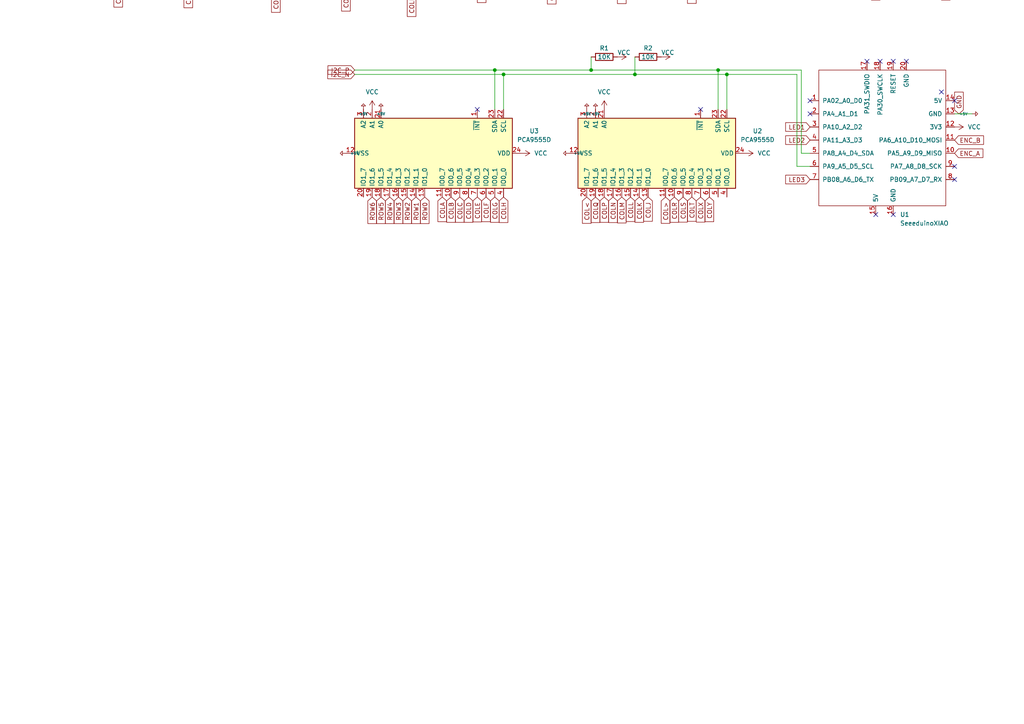
<source format=kicad_sch>
(kicad_sch (version 20230121) (generator eeschema)
  (paper "A4")
  (junction (at 49.53 -72.39))
  (junction (at 280.67 -46.99))
  (junction (at 200.66 -39.37))
  (junction (at 246.38 -116.84))
  (junction (at 114.3 -54.61))
  (junction (at 69.85 -46.99))
  (junction (at 275.59 -67.31))
  (junction (at 227.33 -26.67))
  (junction (at 231.14 -46.99))
  (junction (at 195.58 -31.75))
  (junction (at -39.37 -48.26))
  (junction (at 110.49 -46.99))
  (junction (at 175.26 -54.61))
  (junction (at -52.07 -104.14))
  (junction (at 81.28 -96.52))
  (junction (at -33.02 -104.14))
  (junction (at -43.18 -72.39))
  (junction (at -36.83 -96.52))
  (junction (at 54.61 -80.01))
  (junction (at 246.38 -104.14))
  (junction (at 255.27 -67.31))
  (junction (at 34.29 -80.01))
  (junction (at -43.18 -62.23))
  (junction (at 332.74 -104.14))
  (junction (at 140.97 -116.84))
  (junction (at 287.02 -116.84))
  (junction (at 175.26 -96.52))
  (junction (at 353.06 -26.67))
  (junction (at 139.7 -39.37))
  (junction (at -17.78 -106.68))
  (junction (at 90.17 -72.39))
  (junction (at 175.26 -67.31))
  (junction (at 184.15 21.59))
  (junction (at 49.53 -46.99))
  (junction (at 119.38 -39.37))
  (junction (at 215.9 -109.22))
  (junction (at -24.13 -72.39))
  (junction (at 210.82 -46.99))
  (junction (at 59.69 -39.37))
  (junction (at 140.97 -104.14))
  (junction (at 332.74 -26.67))
  (junction (at 281.94 -109.22))
  (junction (at -24.13 -29.21))
  (junction (at 347.98 -72.39))
  (junction (at -33.02 -114.3))
  (junction (at 327.66 -59.69))
  (junction (at 134.62 -31.75))
  (junction (at 180.34 -116.84))
  (junction (at 66.04 -104.14))
  (junction (at 160.02 -39.37))
  (junction (at 80.01 -39.37))
  (junction (at 13.97 -67.31))
  (junction (at 74.93 -80.01))
  (junction (at -39.37 -69.85))
  (junction (at 241.3 -96.52))
  (junction (at 210.82 -72.39))
  (junction (at 110.49 -59.69))
  (junction (at 74.93 -54.61))
  (junction (at 34.29 -54.61))
  (junction (at 302.26 -96.52))
  (junction (at 270.51 -59.69))
  (junction (at -58.42 -59.69))
  (junction (at 251.46 -72.39))
  (junction (at 327.66 -72.39))
  (junction (at -63.5 -62.23))
  (junction (at 254 -39.37))
  (junction (at -17.78 -96.52))
  (junction (at 106.68 -116.84))
  (junction (at -3.81 -35.56))
  (junction (at 29.21 -59.69))
  (junction (at 287.02 -104.14))
  (junction (at 29.21 -72.39))
  (junction (at 195.58 -96.52))
  (junction (at 13.97 -39.37))
  (junction (at -3.81 -58.42))
  (junction (at 154.94 -31.75))
  (junction (at -69.85 -36.83))
  (junction (at 90.17 -59.69))
  (junction (at 220.98 -39.37))
  (junction (at -24.13 -52.07))
  (junction (at 175.26 -80.01))
  (junction (at 13.97 -26.67))
  (junction (at 261.62 -109.22))
  (junction (at 241.3 -109.22))
  (junction (at 119.38 -26.67))
  (junction (at 215.9 -67.31))
  (junction (at 368.3 -59.69))
  (junction (at 134.62 -67.31))
  (junction (at 274.32 -26.67))
  (junction (at 54.61 -26.67))
  (junction (at 121.92 -109.22))
  (junction (at 200.66 -26.67))
  (junction (at 190.5 -46.99))
  (junction (at 236.22 -80.01))
  (junction (at -78.74 -48.26))
  (junction (at -43.18 -52.07))
  (junction (at 266.7 -116.84))
  (junction (at 171.45 20.32))
  (junction (at 156.21 -109.22))
  (junction (at 332.74 -39.37))
  (junction (at 290.83 -59.69))
  (junction (at 180.34 -39.37))
  (junction (at -58.42 -80.01))
  (junction (at -19.05 -43.18))
  (junction (at 261.62 -96.52))
  (junction (at 190.5 -72.39))
  (junction (at 195.58 -80.01))
  (junction (at -19.05 -66.04))
  (junction (at 242.57 -19.05))
  (junction (at 255.27 -80.01))
  (junction (at 368.3 -72.39))
  (junction (at -63.5 -52.07))
  (junction (at 69.85 -59.69))
  (junction (at 302.26 -109.22))
  (junction (at 49.53 -19.05))
  (junction (at 154.94 -80.01))
  (junction (at 312.42 -104.14))
  (junction (at -78.74 -80.01))
  (junction (at 226.06 -116.84))
  (junction (at 200.66 -116.84))
  (junction (at 215.9 -31.75))
  (junction (at 134.62 -80.01))
  (junction (at 101.6 -109.22))
  (junction (at 13.97 -116.84))
  (junction (at 231.14 -72.39))
  (junction (at 134.62 -54.61))
  (junction (at 60.96 -109.22))
  (junction (at 160.02 -104.14))
  (junction (at 101.6 -96.52))
  (junction (at 49.53 -59.69))
  (junction (at 121.92 -96.52))
  (junction (at -24.13 -62.23))
  (junction (at 170.18 -46.99))
  (junction (at 175.26 -31.75))
  (junction (at 154.94 -54.61))
  (junction (at 29.21 -19.05))
  (junction (at 332.74 -80.01))
  (junction (at 149.86 -46.99))
  (junction (at 215.9 -80.01))
  (junction (at 69.85 -72.39))
  (junction (at 347.98 -96.52))
  (junction (at -43.18 -40.64))
  (junction (at 134.62 -19.05))
  (junction (at 13.97 -80.01))
  (junction (at 368.3 -19.05))
  (junction (at 86.36 -104.14))
  (junction (at 195.58 -54.61))
  (junction (at -78.74 -69.85))
  (junction (at 215.9 -19.05))
  (junction (at 45.72 -104.14))
  (junction (at -58.42 -48.26))
  (junction (at 143.51 20.32))
  (junction (at 129.54 -59.69))
  (junction (at 231.14 -59.69))
  (junction (at 45.72 -116.84))
  (junction (at 29.21 -46.99))
  (junction (at 312.42 -26.67))
  (junction (at 60.96 -96.52))
  (junction (at 180.34 -104.14))
  (junction (at 170.18 -59.69))
  (junction (at 353.06 -67.31))
  (junction (at 190.5 -59.69))
  (junction (at 81.28 -109.22))
  (junction (at 146.05 21.59))
  (junction (at 54.61 -67.31))
  (junction (at 195.58 -109.22))
  (junction (at 236.22 -31.75))
  (junction (at 69.85 -19.05))
  (junction (at 251.46 -46.99))
  (junction (at 332.74 -67.31))
  (junction (at 29.21 -109.22))
  (junction (at 110.49 -72.39))
  (junction (at 66.04 -116.84))
  (junction (at 353.06 -104.14))
  (junction (at 154.94 -67.31))
  (junction (at 156.21 -96.52))
  (junction (at 226.06 -104.14))
  (junction (at 327.66 -96.52))
  (junction (at -78.74 -59.69))
  (junction (at 195.58 -67.31))
  (junction (at 74.93 -67.31))
  (junction (at 208.28 20.32))
  (junction (at 251.46 -59.69))
  (junction (at 353.06 -80.01))
  (junction (at 368.3 -96.52))
  (junction (at 100.33 -39.37))
  (junction (at 90.17 -46.99))
  (junction (at 236.22 -67.31))
  (junction (at 149.86 -72.39))
  (junction (at -54.61 -29.21))
  (junction (at 74.93 -31.75))
  (junction (at 115.57 -31.75))
  (junction (at 170.18 -72.39))
  (junction (at 347.98 -59.69))
  (junction (at 95.25 -54.61))
  (junction (at 34.29 -67.31))
  (junction (at 129.54 -72.39))
  (junction (at 269.24 -19.05))
  (junction (at -57.15 -96.52))
  (junction (at 13.97 -54.61))
  (junction (at 265.43 -54.61))
  (junction (at 106.68 -104.14))
  (junction (at 281.94 -96.52))
  (junction (at 327.66 -19.05))
  (junction (at 270.51 -72.39))
  (junction (at -58.42 -69.85))
  (junction (at -72.39 -104.14))
  (junction (at 34.29 -39.37))
  (junction (at 200.66 -104.14))
  (junction (at -39.37 -36.83))
  (junction (at 269.24 -31.75))
  (junction (at -3.81 -72.39))
  (junction (at -24.13 -40.64))
  (junction (at 236.22 -54.61))
  (junction (at 86.36 -116.84))
  (junction (at 215.9 -54.61))
  (junction (at 290.83 -72.39))
  (junction (at 13.97 -104.14))
  (junction (at 95.25 -31.75))
  (junction (at 160.02 -116.84))
  (junction (at -63.5 -40.64))
  (junction (at 210.82 21.59))
  (junction (at 266.7 -104.14))
  (junction (at 312.42 -80.01))
  (junction (at -19.05 -80.01))
  (junction (at 114.3 -80.01))
  (junction (at -63.5 -72.39))
  (junction (at 312.42 -67.31))
  (junction (at -39.37 -80.01))
  (junction (at 29.21 -96.52))
  (junction (at 129.54 -46.99))
  (junction (at 210.82 -59.69))
  (junction (at 275.59 -80.01))
  (junction (at 254 -26.67))
  (junction (at 95.25 -80.01))
  (junction (at 29.21 -31.75))
  (junction (at 34.29 -26.67))
  (junction (at 95.25 -67.31))
  (junction (at 215.9 -96.52))
  (junction (at 175.26 -109.22))
  (junction (at 149.86 -59.69))
  (junction (at -39.37 -59.69))
  (junction (at 54.61 -54.61))
  (junction (at 347.98 -19.05))
  (junction (at 114.3 -67.31))
  (junction (at 347.98 -31.75))
  (junction (at 54.61 -31.75))
  (junction (at 289.56 -19.05))
  (no_connect (at 234.95 33.02))
  (no_connect (at 254 62.23))
  (no_connect (at 138.43 31.75))
  (no_connect (at 262.89 17.78))
  (no_connect (at 259.08 62.23))
  (no_connect (at 273.05 26.67))
  (no_connect (at 276.86 52.07))
  (no_connect (at 255.27 17.78))
  (no_connect (at 203.2 31.75))
  (no_connect (at 251.46 17.78))
  (no_connect (at 276.86 48.26))
  (no_connect (at 234.95 29.21))
  (no_connect (at 276.86 29.21))
  (no_connect (at 259.08 17.78))
  (wire (pts (xy 255.27 -54.61) (xy 265.43 -54.61)))
  (wire (pts (xy -87.63 -96.52) (xy -57.15 -96.52)))
  (wire (pts (xy 69.85 -46.99) (xy 90.17 -46.99)))
  (wire (pts (xy 175.26 -80.01) (xy 175.26 -91.44)))
  (wire (pts (xy 190.5 -59.69) (xy 210.82 -59.69)))
  (wire (pts (xy 149.86 -46.99) (xy 170.18 -46.99)))
  (wire (pts (xy 74.93 -31.75) (xy 95.25 -31.75)))
  (wire (pts (xy 175.26 -109.22) (xy 195.58 -109.22)))
  (wire (pts (xy 154.94 -54.61) (xy 154.94 -44.45)))
  (wire (pts (xy 34.29 -54.61) (xy 34.29 -39.37)))
  (wire (pts (xy 160.02 -116.84) (xy 160.02 -104.14)))
  (wire (pts (xy -10.16 -91.44) (xy -19.05 -91.44)))
  (wire (pts (xy -58.42 -43.18) (xy -49.53 -43.18)))
  (wire (pts (xy -58.42 -91.44) (xy -58.42 -80.01)))
  (wire (pts (xy 8.89 -29.21) (xy 8.89 -19.05)))
  (wire (pts (xy 110.49 -72.39) (xy 129.54 -72.39)))
  (wire (pts (xy 208.28 20.32) (xy 232.41 20.32)))
  (wire (pts (xy -39.37 -80.01) (xy -39.37 -69.85)))
  (wire (pts (xy 86.36 -130.81) (xy 86.36 -116.84)))
  (wire (pts (xy 275.59 -80.01) (xy 275.59 -67.31)))
  (wire (pts (xy 86.36 -104.14) (xy 86.36 -90.17)))
  (wire (pts (xy 200.66 -130.81) (xy 200.66 -116.84)))
  (wire (pts (xy -43.18 -40.64) (xy -24.13 -40.64)))
  (wire (pts (xy 106.68 -130.81) (xy 106.68 -116.84)))
  (wire (pts (xy -24.13 -52.07) (xy 8.89 -52.07)))
  (wire (pts (xy -57.15 -96.52) (xy -36.83 -96.52)))
  (wire (pts (xy 74.93 -88.9) (xy 74.93 -80.01)))
  (wire (pts (xy 171.45 20.32) (xy 208.28 20.32)))
  (wire (pts (xy -10.16 -62.23) (xy -10.16 -58.42)))
  (wire (pts (xy 265.43 -44.45) (xy 254 -44.45)))
  (wire (pts (xy 368.3 -59.69) (xy 388.62 -59.69)))
  (wire (pts (xy 156.21 -109.22) (xy 175.26 -109.22)))
  (wire (pts (xy 90.17 -72.39) (xy 110.49 -72.39)))
  (wire (pts (xy 261.62 -96.52) (xy 281.94 -96.52)))
  (wire (pts (xy 160.02 -44.45) (xy 160.02 -39.37)))
  (wire (pts (xy 119.38 -39.37) (xy 119.38 -26.67)))
  (wire (pts (xy 74.93 -80.01) (xy 74.93 -67.31)))
  (wire (pts (xy -24.13 -72.39) (xy -3.81 -72.39)))
  (wire (pts (xy 86.36 -116.84) (xy 86.36 -104.14)))
  (wire (pts (xy 74.93 -54.61) (xy 74.93 -44.45)))
  (wire (pts (xy 66.04 -104.14) (xy 66.04 -88.9)))
  (wire (pts (xy -33.02 -91.44) (xy -39.37 -91.44)))
  (wire (pts (xy 114.3 -80.01) (xy 114.3 -67.31)))
  (wire (pts (xy 241.3 -96.52) (xy 261.62 -96.52)))
  (wire (pts (xy 154.94 -91.44) (xy 154.94 -80.01)))
  (wire (pts (xy 236.22 -90.17) (xy 236.22 -80.01)))
  (wire (pts (xy 81.28 -109.22) (xy 101.6 -109.22)))
  (wire (pts (xy 254 -44.45) (xy 254 -39.37)))
  (wire (pts (xy 184.15 16.51) (xy 184.15 21.59)))
  (wire (pts (xy 49.53 -59.69) (xy 69.85 -59.69)))
  (wire (pts (xy 74.93 -44.45) (xy 80.01 -44.45)))
  (wire (pts (xy 226.06 -104.14) (xy 226.06 -90.17)))
  (wire (pts (xy 292.1 -62.23) (xy 292.1 -7.62)))
  (wire (pts (xy 8.89 -58.42) (xy 8.89 -59.69)))
  (wire (pts (xy 149.86 -72.39) (xy 170.18 -72.39)))
  (wire (pts (xy 327.66 -72.39) (xy 347.98 -72.39)))
  (wire (pts (xy 195.58 -67.31) (xy 195.58 -54.61)))
  (wire (pts (xy 129.54 -46.99) (xy 149.86 -46.99)))
  (wire (pts (xy 327.66 -59.69) (xy 347.98 -59.69)))
  (wire (pts (xy 215.9 -54.61) (xy 215.9 -44.45)))
  (wire (pts (xy 261.62 -109.22) (xy 281.94 -109.22)))
  (wire (pts (xy 45.72 -116.84) (xy 45.72 -104.14)))
  (wire (pts (xy 270.51 -59.69) (xy 290.83 -59.69)))
  (wire (pts (xy 154.94 -67.31) (xy 154.94 -54.61)))
  (wire (pts (xy 215.9 -90.17) (xy 215.9 -80.01)))
  (wire (pts (xy 210.82 21.59) (xy 210.82 31.75)))
  (wire (pts (xy 195.58 -31.75) (xy 215.9 -31.75)))
  (wire (pts (xy 290.83 -72.39) (xy 327.66 -72.39)))
  (wire (pts (xy 8.89 -19.05) (xy 29.21 -19.05)))
  (wire (pts (xy 255.27 -90.17) (xy 255.27 -80.01)))
  (wire (pts (xy -63.5 -72.39) (xy -43.18 -72.39)))
  (wire (pts (xy 332.74 -39.37) (xy 332.74 -26.67)))
  (wire (pts (xy -43.18 -62.23) (xy -24.13 -62.23)))
  (wire (pts (xy 54.61 -67.31) (xy 54.61 -54.61)))
  (wire (pts (xy 180.34 -130.81) (xy 180.34 -116.84)))
  (wire (pts (xy 302.26 -109.22) (xy 387.35 -109.22)))
  (wire (pts (xy 236.22 -67.31) (xy 236.22 -54.61)))
  (wire (pts (xy 66.04 -116.84) (xy 66.04 -104.14)))
  (wire (pts (xy 54.61 -54.61) (xy 54.61 -44.45)))
  (wire (pts (xy 220.98 -44.45) (xy 220.98 -39.37)))
  (wire (pts (xy 114.3 -90.17) (xy 114.3 -80.01)))
  (wire (pts (xy 34.29 -130.81) (xy 34.29 -80.01)))
  (wire (pts (xy 353.06 -104.14) (xy 353.06 -80.01)))
  (wire (pts (xy 368.3 -96.52) (xy 387.35 -96.52)))
  (wire (pts (xy 45.72 -88.9) (xy 54.61 -88.9)))
  (wire (pts (xy 332.74 -26.67) (xy 334.01 -26.67)))
  (wire (pts (xy 242.57 -19.05) (xy 269.24 -19.05)))
  (wire (pts (xy 171.45 16.51) (xy 171.45 20.32)))
  (wire (pts (xy 8.89 -31.75) (xy 29.21 -31.75)))
  (wire (pts (xy -52.07 -104.14) (xy -52.07 -91.44)))
  (wire (pts (xy 134.62 -19.05) (xy 215.9 -19.05)))
  (wire (pts (xy 275.59 -67.31) (xy 275.59 -62.23)))
  (wire (pts (xy 234.95 48.26) (xy 231.14 48.26)))
  (wire (pts (xy -58.42 -69.85) (xy -58.42 -59.69)))
  (wire (pts (xy -33.02 -120.65) (xy -33.02 -114.3)))
  (wire (pts (xy 95.25 -67.31) (xy 95.25 -54.61)))
  (wire (pts (xy 114.3 -67.31) (xy 114.3 -54.61)))
  (wire (pts (xy 34.29 -67.31) (xy 34.29 -54.61)))
  (wire (pts (xy 139.7 -39.37) (xy 139.7 -6.35)))
  (wire (pts (xy 29.21 -96.52) (xy 60.96 -96.52)))
  (wire (pts (xy 129.54 -72.39) (xy 149.86 -72.39)))
  (wire (pts (xy 29.21 -72.39) (xy 49.53 -72.39)))
  (wire (pts (xy 266.7 -90.17) (xy 275.59 -90.17)))
  (wire (pts (xy 54.61 -26.67) (xy 54.61 -5.08)))
  (wire (pts (xy 195.58 -109.22) (xy 215.9 -109.22)))
  (wire (pts (xy 121.92 -96.52) (xy 156.21 -96.52)))
  (wire (pts (xy 175.26 -31.75) (xy 195.58 -31.75)))
  (wire (pts (xy 140.97 -116.84) (xy 140.97 -104.14)))
  (wire (pts (xy 66.04 -88.9) (xy 74.93 -88.9)))
  (wire (pts (xy 195.58 -90.17) (xy 195.58 -80.01)))
  (wire (pts (xy 34.29 -39.37) (xy 39.37 -39.37)))
  (wire (pts (xy 175.26 -80.01) (xy 175.26 -67.31)))
  (wire (pts (xy -39.37 -59.69) (xy -39.37 -48.26)))
  (wire (pts (xy 13.97 -80.01) (xy 13.97 -67.31)))
  (wire (pts (xy 160.02 -39.37) (xy 160.02 -6.35)))
  (wire (pts (xy 246.38 -104.14) (xy 246.38 -90.17)))
  (wire (pts (xy 236.22 -31.75) (xy 269.24 -31.75)))
  (wire (pts (xy -78.74 -104.14) (xy -78.74 -80.01)))
  (wire (pts (xy 210.82 -59.69) (xy 231.14 -59.69)))
  (wire (pts (xy 231.14 48.26) (xy 231.14 21.59)))
  (wire (pts (xy 134.62 -44.45) (xy 139.7 -44.45)))
  (wire (pts (xy 54.61 -30.48) (xy 54.61 -26.67)))
  (wire (pts (xy 106.68 -90.17) (xy 114.3 -90.17)))
  (wire (pts (xy 254 -39.37) (xy 254 -33.02)))
  (wire (pts (xy 175.26 -67.31) (xy 175.26 -54.61)))
  (wire (pts (xy 13.97 -130.81) (xy 13.97 -116.84)))
  (wire (pts (xy 195.58 -44.45) (xy 200.66 -44.45)))
  (wire (pts (xy 195.58 -96.52) (xy 215.9 -96.52)))
  (wire (pts (xy 347.98 -96.52) (xy 368.3 -96.52)))
  (wire (pts (xy 297.18 -90.17) (xy 297.18 -7.62)))
  (wire (pts (xy 13.97 -26.67) (xy 13.97 -15.24)))
  (wire (pts (xy 269.24 -31.75) (xy 347.98 -31.75)))
  (wire (pts (xy 34.29 -80.01) (xy 34.29 -67.31)))
  (wire (pts (xy 180.34 -116.84) (xy 180.34 -104.14)))
  (wire (pts (xy 215.9 -44.45) (xy 220.98 -44.45)))
  (wire (pts (xy 140.97 -130.81) (xy 140.97 -116.84)))
  (wire (pts (xy -87.63 -52.07) (xy -63.5 -52.07)))
  (wire (pts (xy -19.05 -80.01) (xy -19.05 -66.04)))
  (wire (pts (xy 190.5 -72.39) (xy 210.82 -72.39)))
  (wire (pts (xy 190.5 -46.99) (xy 210.82 -46.99)))
  (wire (pts (xy -10.16 -120.65) (xy -10.16 -91.44)))
  (wire (pts (xy -58.42 -80.01) (xy -58.42 -69.85)))
  (wire (pts (xy 251.46 -46.99) (xy 280.67 -46.99)))
  (wire (pts (xy 269.24 -19.05) (xy 289.56 -19.05)))
  (wire (pts (xy 34.29 -39.37) (xy 34.29 -26.67)))
  (wire (pts (xy -43.18 -52.07) (xy -24.13 -52.07)))
  (wire (pts (xy 247.65 -44.45) (xy 247.65 -30.48)))
  (wire (pts (xy 13.97 -104.14) (xy 13.97 -80.01)))
  (wire (pts (xy 200.66 -116.84) (xy 200.66 -104.14)))
  (wire (pts (xy 139.7 -44.45) (xy 139.7 -39.37)))
  (wire (pts (xy 287.02 -130.81) (xy 287.02 -116.84)))
  (wire (pts (xy 266.7 -130.81) (xy 266.7 -116.84)))
  (wire (pts (xy -52.07 -115.57) (xy -52.07 -104.14)))
  (wire (pts (xy 287.02 -116.84) (xy 287.02 -104.14)))
  (wire (pts (xy -63.5 -62.23) (xy -43.18 -62.23)))
  (wire (pts (xy 29.21 -46.99) (xy 49.53 -46.99)))
  (wire (pts (xy -33.02 -104.14) (xy -33.02 -91.44)))
  (wire (pts (xy 180.34 -104.14) (xy 180.34 -90.17)))
  (wire (pts (xy 45.72 -130.81) (xy 45.72 -116.84)))
  (wire (pts (xy 289.56 -19.05) (xy 327.66 -19.05)))
  (wire (pts (xy 95.25 -80.01) (xy 95.25 -67.31)))
  (wire (pts (xy 8.89 -35.56) (xy 8.89 -31.75)))
  (wire (pts (xy 236.22 -80.01) (xy 236.22 -67.31)))
  (wire (pts (xy 226.06 -130.81) (xy 226.06 -116.84)))
  (wire (pts (xy 270.51 -72.39) (xy 290.83 -72.39)))
  (wire (pts (xy 195.58 -80.01) (xy 195.58 -67.31)))
  (wire (pts (xy -58.42 -59.69) (xy -58.42 -48.26)))
  (wire (pts (xy 215.9 -109.22) (xy 241.3 -109.22)))
  (wire (pts (xy 347.98 -59.69) (xy 368.3 -59.69)))
  (wire (pts (xy -72.39 -115.57) (xy -72.39 -104.14)))
  (wire (pts (xy 220.98 -30.48) (xy 227.33 -30.48)))
  (wire (pts (xy 49.53 -46.99) (xy 69.85 -46.99)))
  (wire (pts (xy 146.05 21.59) (xy 184.15 21.59)))
  (wire (pts (xy 156.21 -96.52) (xy 175.26 -96.52)))
  (wire (pts (xy 95.25 -90.17) (xy 95.25 -80.01)))
  (wire (pts (xy -39.37 -48.26) (xy -39.37 -36.83)))
  (wire (pts (xy 180.34 -39.37) (xy 180.34 -6.35)))
  (wire (pts (xy 100.33 -44.45) (xy 100.33 -39.37)))
  (wire (pts (xy 332.74 -80.01) (xy 332.74 -67.31)))
  (wire (pts (xy 327.66 -19.05) (xy 347.98 -19.05)))
  (wire (pts (xy 106.68 -104.14) (xy 106.68 -90.17)))
  (wire (pts (xy 347.98 -31.75) (xy 388.62 -31.75)))
  (wire (pts (xy -52.07 -91.44) (xy -58.42 -91.44)))
  (wire (pts (xy 140.97 -91.44) (xy 154.94 -91.44)))
  (wire (pts (xy 154.94 -31.75) (xy 175.26 -31.75)))
  (wire (pts (xy 134.62 -31.75) (xy 154.94 -31.75)))
  (wire (pts (xy 13.97 -54.61) (xy 13.97 -39.37)))
  (wire (pts (xy 119.38 -44.45) (xy 119.38 -39.37)))
  (wire (pts (xy 220.98 -39.37) (xy 220.98 -30.48)))
  (wire (pts (xy 100.33 -39.37) (xy 100.33 -3.81)))
  (wire (pts (xy 215.9 -96.52) (xy 241.3 -96.52)))
  (wire (pts (xy -24.13 -40.64) (xy -10.16 -40.64)))
  (wire (pts (xy 13.97 -39.37) (xy 13.97 -26.67)))
  (wire (pts (xy -69.85 -36.83) (xy -78.74 -36.83)))
  (wire (pts (xy 5.08 -106.68) (xy 5.08 -109.22)))
  (wire (pts (xy 312.42 -80.01) (xy 312.42 -67.31)))
  (wire (pts (xy -78.74 -80.01) (xy -78.74 -69.85)))
  (wire (pts (xy -3.81 -58.42) (xy 8.89 -58.42)))
  (wire (pts (xy -69.85 -36.83) (xy -69.85 -25.4)))
  (wire (pts (xy 353.06 -67.31) (xy 353.06 -26.67)))
  (wire (pts (xy 280.67 -46.99) (xy 388.62 -46.99)))
  (wire (pts (xy -19.05 -91.44) (xy -19.05 -80.01)))
  (wire (pts (xy 101.6 -96.52) (xy 121.92 -96.52)))
  (wire (pts (xy -49.53 -43.18) (xy -49.53 -25.4)))
  (wire (pts (xy 368.3 -19.05) (xy 389.89 -19.05)))
  (wire (pts (xy -87.63 -62.23) (xy -63.5 -62.23)))
  (wire (pts (xy 215.9 -67.31) (xy 215.9 -54.61)))
  (wire (pts (xy 119.38 -26.67) (xy 119.38 -2.54)))
  (wire (pts (xy 81.28 -96.52) (xy 101.6 -96.52)))
  (wire (pts (xy 149.86 -59.69) (xy 170.18 -59.69)))
  (wire (pts (xy 110.49 -46.99) (xy 129.54 -46.99)))
  (wire (pts (xy 232.41 44.45) (xy 232.41 20.32)))
  (wire (pts (xy -63.5 -40.64) (xy -43.18 -40.64)))
  (wire (pts (xy 95.25 -54.61) (xy 95.25 -44.45)))
  (wire (pts (xy -87.63 -72.39) (xy -63.5 -72.39)))
  (wire (pts (xy 95.25 -44.45) (xy 100.33 -44.45)))
  (wire (pts (xy 266.7 -104.14) (xy 266.7 -90.17)))
  (wire (pts (xy 231.14 -59.69) (xy 251.46 -59.69)))
  (wire (pts (xy 49.53 -72.39) (xy 69.85 -72.39)))
  (wire (pts (xy 29.21 -31.75) (xy 54.61 -31.75)))
  (wire (pts (xy 110.49 -59.69) (xy 129.54 -59.69)))
  (wire (pts (xy 170.18 -59.69) (xy 190.5 -59.69)))
  (wire (pts (xy 275.59 -90.17) (xy 275.59 -80.01)))
  (wire (pts (xy 195.58 -54.61) (xy 195.58 -44.45)))
  (wire (pts (xy 302.26 -96.52) (xy 327.66 -96.52)))
  (wire (pts (xy 312.42 -104.14) (xy 312.42 -80.01)))
  (wire (pts (xy -58.42 -48.26) (xy -58.42 -43.18)))
  (wire (pts (xy 247.65 -30.48) (xy 254 -30.48)))
  (wire (pts (xy 114.3 -54.61) (xy 114.3 -44.45)))
  (wire (pts (xy 254 -30.48) (xy 254 -26.67)))
  (wire (pts (xy 8.89 -52.07) (xy 8.89 -46.99)))
  (wire (pts (xy 347.98 -72.39) (xy 368.3 -72.39)))
  (wire (pts (xy 210.82 -46.99) (xy 231.14 -46.99)))
  (wire (pts (xy 254 -26.67) (xy 254 -7.62)))
  (wire (pts (xy -24.13 -29.21) (xy 8.89 -29.21)))
  (wire (pts (xy -78.74 -59.69) (xy -78.74 -48.26)))
  (wire (pts (xy 13.97 -116.84) (xy 13.97 -104.14)))
  (wire (pts (xy 134.62 -130.81) (xy 134.62 -80.01)))
  (wire (pts (xy -3.81 -35.56) (xy 8.89 -35.56)))
  (wire (pts (xy -39.37 -69.85) (xy -39.37 -59.69)))
  (wire (pts (xy 227.33 -30.48) (xy 227.33 -26.67)))
  (wire (pts (xy 290.83 -59.69) (xy 327.66 -59.69)))
  (wire (pts (xy -19.05 -43.18) (xy -19.05 -25.4)))
  (wire (pts (xy 102.87 21.59) (xy 146.05 21.59)))
  (wire (pts (xy 200.66 -104.14) (xy 200.66 -90.17)))
  (wire (pts (xy 236.22 -44.45) (xy 247.65 -44.45)))
  (wire (pts (xy 312.42 -154.94) (xy 312.42 -104.14)))
  (wire (pts (xy 60.96 -109.22) (xy 81.28 -109.22)))
  (wire (pts (xy -10.16 -40.64) (xy -10.16 -35.56)))
  (wire (pts (xy 129.54 -59.69) (xy 149.86 -59.69)))
  (wire (pts (xy 101.6 -109.22) (xy 121.92 -109.22)))
  (wire (pts (xy 143.51 20.32) (xy 143.51 31.75)))
  (wire (pts (xy 274.32 -26.67) (xy 274.32 -7.62)))
  (wire (pts (xy 45.72 -104.14) (xy 45.72 -88.9)))
  (wire (pts (xy 184.15 21.59) (xy 210.82 21.59)))
  (wire (pts (xy 234.95 44.45) (xy 232.41 44.45)))
  (wire (pts (xy 208.28 20.32) (xy 208.28 31.75)))
  (wire (pts (xy 312.42 -67.31) (xy 312.42 -26.67)))
  (wire (pts (xy 246.38 -130.81) (xy 246.38 -116.84)))
  (wire (pts (xy 102.87 20.32) (xy 143.51 20.32)))
  (wire (pts (xy 353.06 -80.01) (xy 353.06 -67.31)))
  (wire (pts (xy 327.66 -96.52) (xy 347.98 -96.52)))
  (wire (pts (xy 281.94 -96.52) (xy 302.26 -96.52)))
  (wire (pts (xy 95.25 -31.75) (xy 115.57 -31.75)))
  (wire (pts (xy 226.06 -116.84) (xy 226.06 -104.14)))
  (wire (pts (xy 210.82 21.59) (xy 231.14 21.59)))
  (wire (pts (xy 200.66 -39.37) (xy 200.66 -26.67)))
  (wire (pts (xy 121.92 -109.22) (xy 156.21 -109.22)))
  (wire (pts (xy 134.62 -67.31) (xy 134.62 -54.61)))
  (wire (pts (xy 146.05 21.59) (xy 146.05 31.75)))
  (wire (pts (xy 236.22 -54.61) (xy 236.22 -44.45)))
  (wire (pts (xy 49.53 -19.05) (xy 69.85 -19.05)))
  (wire (pts (xy 8.89 -46.99) (xy 29.21 -46.99)))
  (wire (pts (xy 80.01 -44.45) (xy 80.01 -39.37)))
  (wire (pts (xy 134.62 -80.01) (xy 134.62 -67.31)))
  (wire (pts (xy 134.62 -54.61) (xy 134.62 -44.45)))
  (wire (pts (xy 175.26 -96.52) (xy 195.58 -96.52)))
  (wire (pts (xy 175.26 -91.44) (xy 160.02 -91.44)))
  (wire (pts (xy 353.06 -26.67) (xy 353.06 -7.62)))
  (wire (pts (xy -72.39 -104.14) (xy -78.74 -104.14)))
  (wire (pts (xy -43.18 -72.39) (xy -24.13 -72.39)))
  (wire (pts (xy 200.66 -90.17) (xy 215.9 -90.17)))
  (wire (pts (xy -78.74 -69.85) (xy -78.74 -59.69)))
  (wire (pts (xy -87.63 -29.21) (xy -54.61 -29.21)))
  (wire (pts (xy 90.17 -46.99) (xy 110.49 -46.99)))
  (wire (pts (xy 59.69 -30.48) (xy 54.61 -30.48)))
  (wire (pts (xy 143.51 20.32) (xy 171.45 20.32)))
  (wire (pts (xy -63.5 -52.07) (xy -43.18 -52.07)))
  (wire (pts (xy 210.82 -72.39) (xy 231.14 -72.39)))
  (wire (pts (xy 368.3 -72.39) (xy 388.62 -72.39)))
  (wire (pts (xy 332.74 -154.94) (xy 332.74 -104.14)))
  (wire (pts (xy 180.34 -39.37) (xy 180.34 -44.45)))
  (wire (pts (xy 312.42 -26.67) (xy 312.42 -7.62)))
  (wire (pts (xy 175.26 -44.45) (xy 175.26 -54.61)))
  (wire (pts (xy 59.69 -39.37) (xy 59.69 -30.48)))
  (wire (pts (xy 227.33 -26.67) (xy 227.33 -7.62)))
  (wire (pts (xy 13.97 -67.31) (xy 13.97 -54.61)))
  (wire (pts (xy 274.32 -33.02) (xy 274.32 -26.67)))
  (wire (pts (xy 69.85 -59.69) (xy 90.17 -59.69)))
  (wire (pts (xy 255.27 -80.01) (xy 255.27 -67.31)))
  (wire (pts (xy 180.34 -90.17) (xy 195.58 -90.17)))
  (wire (pts (xy -19.05 -66.04) (xy -19.05 -43.18)))
  (wire (pts (xy -87.63 -106.68) (xy -17.78 -106.68)))
  (wire (pts (xy 334.01 -26.67) (xy 334.01 -7.62)))
  (wire (pts (xy -78.74 -36.83) (xy -78.74 -48.26)))
  (wire (pts (xy 287.02 -90.17) (xy 297.18 -90.17)))
  (wire (pts (xy 29.21 -19.05) (xy 49.53 -19.05)))
  (wire (pts (xy 246.38 -116.84) (xy 246.38 -104.14)))
  (wire (pts (xy 54.61 -44.45) (xy 59.69 -44.45)))
  (wire (pts (xy 215.9 -31.75) (xy 236.22 -31.75)))
  (wire (pts (xy 29.21 -59.69) (xy 49.53 -59.69)))
  (wire (pts (xy -3.81 -72.39) (xy 29.21 -72.39)))
  (wire (pts (xy 34.29 -26.67) (xy 34.29 -5.08)))
  (wire (pts (xy 200.66 -26.67) (xy 200.66 -6.35)))
  (wire (pts (xy 54.61 -80.01) (xy 54.61 -67.31)))
  (wire (pts (xy 80.01 -39.37) (xy 80.01 -3.81)))
  (wire (pts (xy 66.04 -130.81) (xy 66.04 -116.84)))
  (wire (pts (xy -17.78 -106.68) (xy 5.08 -106.68)))
  (wire (pts (xy 231.14 -46.99) (xy 251.46 -46.99)))
  (wire (pts (xy 69.85 -19.05) (xy 134.62 -19.05)))
  (wire (pts (xy 69.85 -72.39) (xy 90.17 -72.39)))
  (wire (pts (xy 215.9 -19.05) (xy 242.57 -19.05)))
  (wire (pts (xy 241.3 -109.22) (xy 261.62 -109.22)))
  (wire (pts (xy -36.83 -96.52) (xy -17.78 -96.52)))
  (wire (pts (xy 54.61 -88.9) (xy 54.61 -80.01)))
  (wire (pts (xy 254 -33.02) (xy 274.32 -33.02)))
  (wire (pts (xy -17.78 -96.52) (xy 29.21 -96.52)))
  (wire (pts (xy 8.89 -59.69) (xy 29.21 -59.69)))
  (wire (pts (xy -10.16 -35.56) (xy -3.81 -35.56)))
  (wire (pts (xy 347.98 -19.05) (xy 368.3 -19.05)))
  (wire (pts (xy 353.06 -154.94) (xy 353.06 -104.14)))
  (wire (pts (xy 266.7 -116.84) (xy 266.7 -104.14)))
  (wire (pts (xy 154.94 -80.01) (xy 154.94 -67.31)))
  (wire (pts (xy 251.46 -72.39) (xy 270.51 -72.39)))
  (wire (pts (xy 90.17 -59.69) (xy 110.49 -59.69)))
  (wire (pts (xy -39.37 -91.44) (xy -39.37 -80.01)))
  (wire (pts (xy 74.93 -67.31) (xy 74.93 -54.61)))
  (wire (pts (xy 226.06 -90.17) (xy 236.22 -90.17)))
  (wire (pts (xy -54.61 -29.21) (xy -24.13 -29.21)))
  (wire (pts (xy 251.46 -59.69) (xy 270.51 -59.69)))
  (wire (pts (xy 114.3 -44.45) (xy 119.38 -44.45)))
  (wire (pts (xy 246.38 -90.17) (xy 255.27 -90.17)))
  (wire (pts (xy 281.94 -109.22) (xy 302.26 -109.22)))
  (wire (pts (xy -87.63 -40.64) (xy -63.5 -40.64)))
  (wire (pts (xy 115.57 -31.75) (xy 134.62 -31.75)))
  (wire (pts (xy 160.02 -91.44) (xy 160.02 -104.14)))
  (wire (pts (xy 200.66 -44.45) (xy 200.66 -39.37)))
  (wire (pts (xy 180.34 -44.45) (xy 175.26 -44.45)))
  (wire (pts (xy 170.18 -72.39) (xy 190.5 -72.39)))
  (wire (pts (xy -33.02 -114.3) (xy -33.02 -104.14)))
  (wire (pts (xy -39.37 -36.83) (xy -39.37 -25.4)))
  (wire (pts (xy 160.02 -130.81) (xy 160.02 -116.84)))
  (wire (pts (xy -10.16 -58.42) (xy -3.81 -58.42)))
  (wire (pts (xy 275.59 -62.23) (xy 292.1 -62.23)))
  (wire (pts (xy 332.74 -104.14) (xy 332.74 -80.01)))
  (wire (pts (xy 59.69 -44.45) (xy 59.69 -39.37)))
  (wire (pts (xy 231.14 -72.39) (xy 251.46 -72.39)))
  (wire (pts (xy 29.21 -109.22) (xy 60.96 -109.22)))
  (wire (pts (xy 5.08 -109.22) (xy 29.21 -109.22)))
  (wire (pts (xy 54.61 -31.75) (xy 74.93 -31.75)))
  (wire (pts (xy 106.68 -116.84) (xy 106.68 -104.14)))
  (wire (pts (xy 60.96 -96.52) (xy 81.28 -96.52)))
  (wire (pts (xy 255.27 -67.31) (xy 255.27 -54.61)))
  (wire (pts (xy 140.97 -104.14) (xy 140.97 -91.44)))
  (wire (pts (xy 86.36 -90.17) (xy 95.25 -90.17)))
  (wire (pts (xy 154.94 -44.45) (xy 160.02 -44.45)))
  (wire (pts (xy 287.02 -104.14) (xy 287.02 -90.17)))
  (wire (pts (xy 215.9 -80.01) (xy 215.9 -67.31)))
  (wire (pts (xy -24.13 -62.23) (xy -10.16 -62.23)))
  (wire (pts (xy 170.18 -46.99) (xy 190.5 -46.99)))
  (wire (pts (xy 281.94 33.02) (xy 276.86 33.02)))
  (wire (pts (xy 332.74 -67.31) (xy 332.74 -39.37)))
  (wire (pts (xy 265.43 -54.61) (xy 265.43 -44.45)))
  (global_label "COLX" (shape input) (at 334.01 -7.62 270) (property "Intersheetrefs" "${INTERSHEET_REFS}" (effects hide)))
  (global_label "ROW3" (shape input) (at 115.57 57.15 270) (property "Intersheetrefs" "${INTERSHEET_REFS}" (effects hide)))
  (global_label "COLY" (shape input) (at 353.06 -7.62 270) (property "Intersheetrefs" "${INTERSHEET_REFS}" (effects hide)))
  (global_label "COLF" (shape input) (at 34.29 -5.08 270) (property "Intersheetrefs" "${INTERSHEET_REFS}" (effects hide)))
  (global_label "COLG" (shape input) (at 54.61 -5.08 270) (property "Intersheetrefs" "${INTERSHEET_REFS}" (effects hide)))
  (global_label "ROW2" (shape input) (at -87.63 -72.39 180) (property "Intersheetrefs" "${INTERSHEET_REFS}" (effects hide)))
  (global_label "ROW4" (shape input) (at 113.03 57.15 270) (property "Intersheetrefs" "${INTERSHEET_REFS}" (effects hide)))
  (global_label "ROW5" (shape input) (at -87.63 -40.64 180) (property "Intersheetrefs" "${INTERSHEET_REFS}" (effects hide)))
  (global_label "COLY" (shape input) (at 205.74 57.15 270) (property "Intersheetrefs" "${INTERSHEET_REFS}" (effects hide)))
  (global_label "COLH" (shape input) (at 146.05 57.15 270) (property "Intersheetrefs" "${INTERSHEET_REFS}" (effects hide)))
  (global_label "ROW4" (shape input) (at -87.63 -52.07 180) (property "Intersheetrefs" "${INTERSHEET_REFS}" (effects hide)))
  (global_label "COLT" (shape input) (at 312.42 -7.62 270) (property "Intersheetrefs" "${INTERSHEET_REFS}" (effects hide)))
  (global_label "COLM" (shape input) (at 160.02 -6.35 270) (property "Intersheetrefs" "${INTERSHEET_REFS}" (effects hide)))
  (global_label "ROW1" (shape input) (at 120.65 57.15 270) (property "Intersheetrefs" "${INTERSHEET_REFS}" (effects hide)))
  (global_label "COLN" (shape input) (at 177.8 57.15 270) (property "Intersheetrefs" "${INTERSHEET_REFS}" (effects hide)))
  (global_label "LED2" (shape input) (at 234.95 40.64 180) (property "Intersheetrefs" "${INTERSHEET_REFS}" (effects hide)))
  (global_label "ENC_B" (shape input) (at -52.07 -127 0) (property "Intersheetrefs" "${INTERSHEET_REFS}" (effects hide)))
  (global_label "COLT" (shape input) (at 200.66 57.15 270) (property "Intersheetrefs" "${INTERSHEET_REFS}" (effects hide)))
  (global_label "COLK" (shape input) (at 185.42 57.15 270) (property "Intersheetrefs" "${INTERSHEET_REFS}" (effects hide)))
  (global_label "COLC" (shape input) (at 133.35 57.15 270) (property "Intersheetrefs" "${INTERSHEET_REFS}" (effects hide)))
  (global_label "COL>" (shape input) (at 193.04 57.15 270) (property "Intersheetrefs" "${INTERSHEET_REFS}" (effects hide)))
  (global_label "COLB" (shape input) (at 130.81 57.15 270) (property "Intersheetrefs" "${INTERSHEET_REFS}" (effects hide)))
  (global_label "COLB" (shape input) (at -49.53 -25.4 270) (property "Intersheetrefs" "${INTERSHEET_REFS}" (effects hide)))
  (global_label "ROW0" (shape input) (at -87.63 -106.68 180) (property "Intersheetrefs" "${INTERSHEET_REFS}" (effects hide)))
  (global_label "COLJ" (shape input) (at 100.33 -3.81 270) (property "Intersheetrefs" "${INTERSHEET_REFS}" (effects hide)))
  (global_label "COLF" (shape input) (at 140.97 57.15 270) (property "Intersheetrefs" "${INTERSHEET_REFS}" (effects hide)))
  (global_label "ROW6" (shape input) (at -87.63 -29.21 180) (property "Intersheetrefs" "${INTERSHEET_REFS}" (effects hide)))
  (global_label "COLQ" (shape input) (at 172.72 57.15 270) (property "Intersheetrefs" "${INTERSHEET_REFS}" (effects hide)))
  (global_label "ENC_A" (shape input) (at -52.07 -121.92 0) (property "Intersheetrefs" "${INTERSHEET_REFS}" (effects hide)))
  (global_label "COLA" (shape input) (at 128.27 57.15 270) (property "Intersheetrefs" "${INTERSHEET_REFS}" (effects hide)))
  (global_label "COLJ" (shape input) (at 187.96 57.15 270) (property "Intersheetrefs" "${INTERSHEET_REFS}" (effects hide)))
  (global_label "COLR" (shape input) (at 292.1 -7.62 270) (property "Intersheetrefs" "${INTERSHEET_REFS}" (effects hide)))
  (global_label "ROW3" (shape input) (at -87.63 -62.23 180) (property "Intersheetrefs" "${INTERSHEET_REFS}" (effects hide)))
  (global_label "LED3" (shape input) (at 234.95 52.07 180) (property "Intersheetrefs" "${INTERSHEET_REFS}" (effects hide)))
  (global_label "COLN" (shape input) (at 180.34 -6.35 270) (property "Intersheetrefs" "${INTERSHEET_REFS}" (effects hide)))
  (global_label "COLC" (shape input) (at -39.37 -25.4 270) (property "Intersheetrefs" "${INTERSHEET_REFS}" (effects hide)))
  (global_label "LED1" (shape input) (at 334.01 -119.38 90) (property "Intersheetrefs" "${INTERSHEET_REFS}" (effects hide)))
  (global_label "I2C_N" (shape input) (at 102.87 21.59 180) (property "Intersheetrefs" "${INTERSHEET_REFS}" (effects hide)))
  (global_label "COLE" (shape input) (at 13.97 -15.24 270) (property "Intersheetrefs" "${INTERSHEET_REFS}" (effects hide)))
  (global_label "COLS" (shape input) (at 297.18 -7.62 270) (property "Intersheetrefs" "${INTERSHEET_REFS}" (effects hide)))
  (global_label "COL>" (shape input) (at 274.32 -7.62 270) (property "Intersheetrefs" "${INTERSHEET_REFS}" (effects hide)))
  (global_label "COLD" (shape input) (at 135.89 57.15 270) (property "Intersheetrefs" "${INTERSHEET_REFS}" (effects hide)))
  (global_label "COL<" (shape input) (at 254 -7.62 270) (property "Intersheetrefs" "${INTERSHEET_REFS}" (effects hide)))
  (global_label "COL<" (shape input) (at 170.18 57.15 270) (property "Intersheetrefs" "${INTERSHEET_REFS}" (effects hide)))
  (global_label "COLQ" (shape input) (at 227.33 -7.62 270) (property "Intersheetrefs" "${INTERSHEET_REFS}" (effects hide)))
  (global_label "ROW2" (shape input) (at 118.11 57.15 270) (property "Intersheetrefs" "${INTERSHEET_REFS}" (effects hide)))
  (global_label "COLX" (shape input) (at 203.2 57.15 270) (property "Intersheetrefs" "${INTERSHEET_REFS}" (effects hide)))
  (global_label "COLG" (shape input) (at 143.51 57.15 270) (property "Intersheetrefs" "${INTERSHEET_REFS}" (effects hide)))
  (global_label "COLA" (shape input) (at -69.85 -25.4 270) (property "Intersheetrefs" "${INTERSHEET_REFS}" (effects hide)))
  (global_label "COLL" (shape input) (at 182.88 57.15 270) (property "Intersheetrefs" "${INTERSHEET_REFS}" (effects hide)))
  (global_label "ROW1" (shape input) (at -87.63 -96.52 180) (property "Intersheetrefs" "${INTERSHEET_REFS}" (effects hide)))
  (global_label "LED2" (shape input) (at 351.79 -119.38 90) (property "Intersheetrefs" "${INTERSHEET_REFS}" (effects hide)))
  (global_label "COLL" (shape input) (at 139.7 -6.35 270) (property "Intersheetrefs" "${INTERSHEET_REFS}" (effects hide)))
  (global_label "COLP" (shape input) (at 200.66 -6.35 270) (property "Intersheetrefs" "${INTERSHEET_REFS}" (effects hide)))
  (global_label "ENC_B" (shape input) (at 276.86 40.64 0) (property "Intersheetrefs" "${INTERSHEET_REFS}" (effects hide)))
  (global_label "ROW0" (shape input) (at 123.19 57.15 270) (property "Intersheetrefs" "${INTERSHEET_REFS}" (effects hide)))
  (global_label "COLD" (shape input) (at -19.05 -25.4 270) (property "Intersheetrefs" "${INTERSHEET_REFS}" (effects hide)))
  (global_label "COLP" (shape input) (at 175.26 57.15 270) (property "Intersheetrefs" "${INTERSHEET_REFS}" (effects hide)))
  (global_label "COLS" (shape input) (at 198.12 57.15 270) (property "Intersheetrefs" "${INTERSHEET_REFS}" (effects hide)))
  (global_label "COLE" (shape input) (at 138.43 57.15 270) (property "Intersheetrefs" "${INTERSHEET_REFS}" (effects hide)))
  (global_label "LED1" (shape input) (at 234.95 36.83 180) (property "Intersheetrefs" "${INTERSHEET_REFS}" (effects hide)))
  (global_label "COLK" (shape input) (at 119.38 -2.54 270) (property "Intersheetrefs" "${INTERSHEET_REFS}" (effects hide)))
  (global_label "ENC_A" (shape input) (at 276.86 44.45 0) (property "Intersheetrefs" "${INTERSHEET_REFS}" (effects hide)))
  (global_label "GND" (shape input) (at 278.13 33.02 90) (property "Intersheetrefs" "${INTERSHEET_REFS}" (effects hide)))
  (global_label "I2C_P" (shape input) (at 102.87 20.32 180) (property "Intersheetrefs" "${INTERSHEET_REFS}" (effects hide)))
  (global_label "ROW5" (shape input) (at 110.49 57.15 270) (property "Intersheetrefs" "${INTERSHEET_REFS}" (effects hide)))
  (global_label "COLH" (shape input) (at 80.01 -3.81 270) (property "Intersheetrefs" "${INTERSHEET_REFS}" (effects hide)))
  (global_label "COLR" (shape input) (at 195.58 57.15 270) (property "Intersheetrefs" "${INTERSHEET_REFS}" (effects hide)))
  (global_label "LED3" (shape input) (at 373.38 -119.38 90) (property "Intersheetrefs" "${INTERSHEET_REFS}" (effects hide)))
  (global_label "ROW6" (shape input) (at 107.95 57.15 270) (property "Intersheetrefs" "${INTERSHEET_REFS}" (effects hide)))
  (global_label "COLM" (shape input) (at 180.34 57.15 270) (property "Intersheetrefs" "${INTERSHEET_REFS}" (effects hide)))
  (symbol (lib_id "power:VCC") (at 276.86 36.83 270) (unit 1)
    (property "Reference" "#PWR013" (effects hide))
    (property "Value" "VCC" (at 280.67 36.83 90) (effects (justify left)))
  )
  (symbol (lib_id "keyboard_parts:KEYSW") (at 360.68 -67.31 0) (unit 1)
    (property "Reference" "K42" (at 360.68 -73.66 0) (effects (font (size 1.524 1.524))))
    (property "Value" "KEYSW" (effects hide))
    (property "Footprint" "MX_Alps_Hybrid:MXOnly-1U-Hotswap" (effects hide))
  )
  (symbol (lib_id "Device:D") (at 347.98 -35.56 90) (unit 1)
    (property "Reference" "D116" (at 350.52 -36.83 90) (effects (justify right)))
    (property "Value" "D" (at 350.52 -34.29 90) (effects (justify right)))
    (property "Footprint" "Diode_SMD:D_SOD-123" (effects hide))
    (property "Sim.Device" "D" (effects hide))
    (property "Sim.Pins" "1=K 2=A" (effects hide))
  )
  (symbol (lib_id "keyboard_parts:KEYSW") (at 21.59 -26.67 0) (unit 1)
    (property "Reference" "125K82" (at 21.59 -33.02 0) (effects (font (size 1.524 1.524))))
    (property "Value" "KEYSW" (effects hide))
    (property "Footprint" "MX_Alps_Hybrid:MXOnly-1.25U-Hotswap" (effects hide))
  )
  (symbol (lib_id "keyboard_parts:KEYSW") (at 294.64 -116.84 0) (unit 1)
    (property "Reference" "K16" (at 294.64 -123.19 0) (effects (font (size 1.524 1.524))))
    (property "Value" "KEYSW" (effects hide))
    (property "Footprint" "MX_Alps_Hybrid:MXOnly-1U-Hotswap" (effects hide))
  )
  (symbol (lib_id "Device:R") (at 347.98 -119.38 90) (unit 1)
    (property "Reference" "R4" (at 347.98 -124.46 90))
    (property "Value" "56" (at 347.98 -121.92 90))
    (property "Footprint" "Resistor_SMD:R_0805_2012Metric_Pad1.20x1.40mm_HandSolder" (effects hide))
  )
  (symbol (lib_id "Device:D") (at 251.46 -63.5 90) (unit 1)
    (property "Reference" "D95" (at 254 -64.77 90) (effects (justify right)))
    (property "Value" "D" (at 254 -62.23 90) (effects (justify right)))
    (property "Footprint" "Diode_SMD:D_SOD-123" (effects hide))
    (property "Sim.Device" "D" (effects hide))
    (property "Sim.Pins" "1=K 2=A" (effects hide))
  )
  (symbol (lib_id "Device:D") (at 251.46 -76.2 90) (unit 1)
    (property "Reference" "D94" (at 254 -77.47 90) (effects (justify right)))
    (property "Value" "D" (at 254 -74.93 90) (effects (justify right)))
    (property "Footprint" "Diode_SMD:D_SOD-123" (effects hide))
    (property "Sim.Device" "D" (effects hide))
    (property "Sim.Pins" "1=K 2=A" (effects hide))
  )
  (symbol (lib_id "Device:D") (at 215.9 -100.33 90) (unit 1)
    (property "Reference" "D79" (at 218.44 -101.6 90) (effects (justify right)))
    (property "Value" "D" (at 218.44 -99.06 90) (effects (justify right)))
    (property "Footprint" "Diode_SMD:D_SOD-123" (effects hide))
    (property "Sim.Device" "D" (effects hide))
    (property "Sim.Pins" "1=K 2=A" (effects hide))
  )
  (symbol (lib_id "keyboard_parts:KEYSW") (at 228.6 -39.37 0) (unit 1)
    (property "Reference" "K120" (at 228.6 -45.72 0) (effects (font (size 1.524 1.524))))
    (property "Value" "KEYSW" (effects hide))
    (property "Footprint" "MX_Alps_Hybrid:MXOnly-1U-Hotswap" (effects hide))
  )
  (symbol (lib_id "Device:D") (at 236.22 -35.56 90) (unit 1)
    (property "Reference" "D86" (at 238.76 -36.83 90) (effects (justify right)))
    (property "Value" "D" (at 238.76 -34.29 90) (effects (justify right)))
    (property "Footprint" "Diode_SMD:D_SOD-123" (effects hide))
    (property "Sim.Device" "D" (effects hide))
    (property "Sim.Pins" "1=K 2=A" (effects hide))
  )
  (symbol (lib_id "Device:RotaryEncoder") (at -59.69 -124.46 180) (unit 1)
    (property "Reference" "SW1" (at -59.69 -133.35 0))
    (property "Value" "RotaryEncoder" (at -59.69 -130.81 0))
    (property "Footprint" "Connector_PinHeader_2.54mm:PinHeader_1x03_P2.54mm_Horizontal" (effects hide))
  )
  (symbol (lib_id "keyboard_parts:KEYSW") (at -50.8 -48.26 0) (unit 1)
    (property "Reference" "K86" (at -50.8 -54.61 0) (effects (font (size 1.524 1.524))))
    (property "Value" "KEYSW" (effects hide))
    (property "Footprint" "MX_Alps_Hybrid:MXOnly-1U-Hotswap" (effects hide))
  )
  (symbol (lib_id "keyboard_parts:KEYSW") (at 142.24 -54.61 0) (unit 1)
    (property "Reference" "K95" (at 142.24 -60.96 0) (effects (font (size 1.524 1.524))))
    (property "Value" "KEYSW" (effects hide))
    (property "Footprint" "MX_Alps_Hybrid:MXOnly-1U-Hotswap" (effects hide))
  )
  (symbol (lib_id "Device:D") (at 129.54 -76.2 90) (unit 1)
    (property "Reference" "D57" (at 132.08 -77.47 90) (effects (justify right)))
    (property "Value" "D" (at 132.08 -74.93 90) (effects (justify right)))
    (property "Footprint" "Diode_SMD:D_SOD-123" (effects hide))
    (property "Sim.Device" "D" (effects hide))
    (property "Sim.Pins" "1=K 2=A" (effects hide))
  )
  (symbol (lib_id "Device:D") (at -3.81 -62.23 90) (unit 1)
    (property "Reference" "D20" (at -1.27 -63.5 90) (effects (justify right)))
    (property "Value" "D" (at -1.27 -60.96 90) (effects (justify right)))
    (property "Footprint" "Diode_SMD:D_SOD-123" (effects hide))
    (property "Sim.Device" "D" (effects hide))
    (property "Sim.Pins" "1=K 2=A" (effects hide))
  )
  (symbol (lib_id "Device:D") (at -17.78 -110.49 90) (unit 1)
    (property "Reference" "D3" (at -15.24 -111.76 90) (effects (justify right)))
    (property "Value" "D" (at -15.24 -109.22 90) (effects (justify right)))
    (property "Footprint" "Diode_SMD:D_SOD-123" (effects hide))
    (property "Sim.Device" "D" (effects hide))
    (property "Sim.Pins" "1=K 2=A" (effects hide))
  )
  (symbol (lib_id "keyboard_parts:KEYSW") (at 82.55 -80.01 0) (unit 1)
    (property "Reference" "K50" (at 82.55 -86.36 0) (effects (font (size 1.524 1.524))))
    (property "Value" "KEYSW" (effects hide))
    (property "Footprint" "MX_Alps_Hybrid:MXOnly-1U-Hotswap" (effects hide))
  )
  (symbol (lib_id "keyboard_parts:KEYSW") (at 340.36 -80.01 0) (unit 1)
    (property "Reference" "K39" (at 340.36 -86.36 0) (effects (font (size 1.524 1.524))))
    (property "Value" "KEYSW" (effects hide))
    (property "Footprint" "MX_Alps_Hybrid:MXOnly-1U-Hotswap" (effects hide))
  )
  (symbol (lib_id "Device:D") (at 327.66 -63.5 90) (unit 1)
    (property "Reference" "D110" (at 330.2 -64.77 90) (effects (justify right)))
    (property "Value" "D" (at 330.2 -62.23 90) (effects (justify right)))
    (property "Footprint" "Diode_SMD:D_SOD-123" (effects hide))
    (property "Sim.Device" "D" (effects hide))
    (property "Sim.Pins" "1=K 2=A" (effects hide))
  )
  (symbol (lib_id "Device:D") (at 110.49 -76.2 90) (unit 1)
    (property "Reference" "D52" (at 113.03 -77.47 90) (effects (justify right)))
    (property "Value" "D" (at 113.03 -74.93 90) (effects (justify right)))
    (property "Footprint" "Diode_SMD:D_SOD-123" (effects hide))
    (property "Sim.Device" "D" (effects hide))
    (property "Sim.Pins" "1=K 2=A" (effects hide))
  )
  (symbol (lib_id "Device:D") (at 175.26 -100.33 90) (unit 1)
    (property "Reference" "D67" (at 177.8 -101.6 90) (effects (justify right)))
    (property "Value" "D" (at 177.8 -99.06 90) (effects (justify right)))
    (property "Footprint" "Diode_SMD:D_SOD-123" (effects hide))
    (property "Sim.Device" "D" (effects hide))
    (property "Sim.Pins" "1=K 2=A" (effects hide))
  )
  (symbol (lib_id "Device:D") (at 170.18 -76.2 90) (unit 1)
    (property "Reference" "D68" (at 172.72 -77.47 90) (effects (justify right)))
    (property "Value" "D" (at 172.72 -74.93 90) (effects (justify right)))
    (property "Footprint" "Diode_SMD:D_SOD-123" (effects hide))
    (property "Sim.Device" "D" (effects hide))
    (property "Sim.Pins" "1=K 2=A" (effects hide))
  )
  (symbol (lib_id "Device:D") (at 175.26 -35.56 90) (unit 1)
    (property "Reference" "D71" (at 177.8 -36.83 90) (effects (justify right)))
    (property "Value" "D" (at 177.8 -34.29 90) (effects (justify right)))
    (property "Footprint" "Diode_SMD:D_SOD-123" (effects hide))
    (property "Sim.Device" "D" (effects hide))
    (property "Sim.Pins" "1=K 2=A" (effects hide))
  )
  (symbol (lib_id "Device:D") (at -24.13 -33.02 90) (unit 1)
    (property "Reference" "D18" (at -21.59 -34.29 90) (effects (justify right)))
    (property "Value" "D" (at -21.59 -31.75 90) (effects (justify right)))
    (property "Footprint" "Diode_SMD:D_SOD-123" (effects hide))
    (property "Sim.Device" "D" (effects hide))
    (property "Sim.Pins" "1=K 2=A" (effects hide))
  )
  (symbol (lib_id "keyboard_parts:KEYSW") (at 320.04 -80.01 0) (unit 1)
    (property "Reference" "K38" (at 320.04 -86.36 0) (effects (font (size 1.524 1.524))))
    (property "Value" "KEYSW" (effects hide))
    (property "Footprint" "MX_Alps_Hybrid:MXOnly-1U-Hotswap" (effects hide))
  )
  (symbol (lib_id "Device:R") (at 330.2 -119.38 90) (unit 1)
    (property "Reference" "R5" (at 330.2 -124.46 90))
    (property "Value" "56" (at 330.2 -121.92 90))
    (property "Footprint" "Resistor_SMD:R_0805_2012Metric_Pad1.20x1.40mm_HandSolder" (effects hide))
  )
  (symbol (lib_id "Device:D") (at 269.24 -35.56 90) (unit 1)
    (property "Reference" "D98" (at 271.78 -36.83 90) (effects (justify right)))
    (property "Value" "D" (at 271.78 -34.29 90) (effects (justify right)))
    (property "Footprint" "Diode_SMD:D_SOD-123" (effects hide))
    (property "Sim.Device" "D" (effects hide))
    (property "Sim.Pins" "1=K 2=A" (effects hide))
  )
  (symbol (lib_id "keyboard_parts:KEYSW") (at 148.59 -116.84 0) (unit 1)
    (property "Reference" "K9" (at 148.59 -123.19 0) (effects (font (size 1.524 1.524))))
    (property "Value" "KEYSW" (effects hide))
    (property "Footprint" "MX_Alps_Hybrid:MXOnly-1U-Hotswap" (effects hide))
  )
  (symbol (lib_id "keyboard_parts:KEYSW") (at 261.62 -26.67 0) (unit 1)
    (property "Reference" "125K104" (at 261.62 -33.02 0) (effects (font (size 1.524 1.524))))
    (property "Value" "KEYSW" (effects hide))
    (property "Footprint" "MX_Alps_Hybrid:MXOnly-1.25U-Hotswap" (effects hide))
  )
  (symbol (lib_id "keyboard_parts:KEYSW") (at 208.28 -26.67 0) (unit 1)
    (property "Reference" "125K102" (at 208.28 -33.02 0) (effects (font (size 1.524 1.524))))
    (property "Value" "KEYSW" (effects hide))
    (property "Footprint" "MX_Alps_Hybrid:MXOnly-1.25U-Hotswap" (effects hide))
  )
  (symbol (lib_id "keyboard_parts:KEYSW") (at 320.04 -67.31 0) (unit 1)
    (property "Reference" "K20" (at 320.04 -73.66 0) (effects (font (size 1.524 1.524))))
    (property "Value" "KEYSW" (effects hide))
    (property "Footprint" "MX_Alps_Hybrid:MXOnly-1U-Hotswap" (effects hide))
  )
  (symbol (lib_id "Device:D") (at 368.3 -22.86 90) (unit 1)
    (property "Reference" "D118" (at 370.84 -24.13 90) (effects (justify right)))
    (property "Value" "D" (at 370.84 -21.59 90) (effects (justify right)))
    (property "Footprint" "Diode_SMD:D_SOD-123" (effects hide))
    (property "Sim.Device" "D" (effects hide))
    (property "Sim.Pins" "1=K 2=A" (effects hide))
  )
  (symbol (lib_id "Device:D") (at 195.58 -113.03 90) (unit 1)
    (property "Reference" "D77" (at 198.12 -114.3 90) (effects (justify right)))
    (property "Value" "D" (at 198.12 -111.76 90) (effects (justify right)))
    (property "Footprint" "Diode_SMD:D_SOD-123" (effects hide))
    (property "Sim.Device" "D" (effects hide))
    (property "Sim.Pins" "1=K 2=A" (effects hide))
  )
  (symbol (lib_id "power:VCC") (at 151.13 44.45 270) (unit 1)
    (property "Reference" "#PWR09" (effects hide))
    (property "Value" "VCC" (at 154.94 44.45 90) (effects (justify left)))
  )
  (symbol (lib_id "keyboard_parts:KEYSW") (at 254 -104.14 0) (unit 1)
    (property "Reference" "K35" (at 254 -110.49 0) (effects (font (size 1.524 1.524))))
    (property "Value" "KEYSW" (effects hide))
    (property "Footprint" "MX_Alps_Hybrid:MXOnly-1U-Hotswap" (effects hide))
  )
  (symbol (lib_id "keyboard_parts:KEYSW") (at 21.59 -80.01 0) (unit 1)
    (property "Reference" "K47" (at 21.59 -86.36 0) (effects (font (size 1.524 1.524))))
    (property "Value" "KEYSW" (effects hide))
    (property "Footprint" "MX_Alps_Hybrid:MXOnly-1U-Hotswap" (effects hide))
  )
  (symbol (lib_id "keyboard_parts:KEYSW") (at -71.12 -80.01 0) (unit 1)
    (property "Reference" "K22" (at -71.12 -86.36 0) (effects (font (size 1.524 1.524))))
    (property "Value" "KEYSW" (effects hide))
    (property "Footprint" "MX_Alps_Hybrid:MXOnly-1U-Hotswap" (effects hide))
  )
  (symbol (lib_id "keyboard_parts:KEYSW") (at 243.84 -67.31 0) (unit 1)
    (property "Reference" "K79" (at 243.84 -73.66 0) (effects (font (size 1.524 1.524))))
    (property "Value" "KEYSW" (effects hide))
    (property "Footprint" "MX_Alps_Hybrid:MXOnly-1U-Hotswap" (effects hide))
  )
  (symbol (lib_id "keyboard_parts:KEYSW") (at 320.04 -104.14 0) (unit 1)
    (property "Reference" "K17" (at 320.04 -110.49 0) (effects (font (size 1.524 1.524))))
    (property "Value" "KEYSW" (effects hide))
    (property "Footprint" "MX_Alps_Hybrid:MXOnly-1U-Hotswap" (effects hide))
  )
  (symbol (lib_id "keyboard_parts:KEYSW") (at 46.99 -39.37 0) (unit 1)
    (property "Reference" "K111" (at 46.99 -45.72 0) (effects (font (size 1.524 1.524))))
    (property "Value" "KEYSW" (effects hide))
    (property "Footprint" "MX_Alps_Hybrid:MXOnly-1U-Hotswap" (effects hide))
  )
  (symbol (lib_id "keyboard_parts:KEYSW") (at 62.23 -80.01 0) (unit 1)
    (property "Reference" "K49" (at 62.23 -86.36 0) (effects (font (size 1.524 1.524))))
    (property "Value" "KEYSW" (effects hide))
    (property "Footprint" "MX_Alps_Hybrid:MXOnly-1U-Hotswap" (effects hide))
  )
  (symbol (lib_id "Device:D") (at 156.21 -113.03 90) (unit 1)
    (property "Reference" "D55" (at 158.75 -114.3 90) (effects (justify right)))
    (property "Value" "D" (at 158.75 -111.76 90) (effects (justify right)))
    (property "Footprint" "Diode_SMD:D_SOD-123" (effects hide))
    (property "Sim.Device" "D" (effects hide))
    (property "Sim.Pins" "1=K 2=A" (effects hide))
  )
  (symbol (lib_id "Device:D") (at 60.96 -100.33 90) (unit 1)
    (property "Reference" "D30" (at 63.5 -101.6 90) (effects (justify right)))
    (property "Value" "D" (at 63.5 -99.06 90) (effects (justify right)))
    (property "Footprint" "Diode_SMD:D_SOD-123" (effects hide))
    (property "Sim.Device" "D" (effects hide))
    (property "Sim.Pins" "1=K 2=A" (effects hide))
  )
  (symbol (lib_id "keyboard_parts:KEYSW") (at 340.36 -104.14 0) (unit 1)
    (property "Reference" "K18" (at 340.36 -110.49 0) (effects (font (size 1.524 1.524))))
    (property "Value" "KEYSW" (effects hide))
    (property "Footprint" "MX_Alps_Hybrid:MXOnly-1U-Hotswap" (effects hide))
  )
  (symbol (lib_id "Device:D") (at -17.78 -100.33 90) (unit 1)
    (property "Reference" "D4" (at -15.24 -101.6 90) (effects (justify right)))
    (property "Value" "D" (at -15.24 -99.06 90) (effects (justify right)))
    (property "Footprint" "Diode_SMD:D_SOD-123" (effects hide))
    (property "Sim.Device" "D" (effects hide))
    (property "Sim.Pins" "1=K 2=A" (effects hide))
  )
  (symbol (lib_id "Device:D") (at 280.67 -50.8 90) (unit 1)
    (property "Reference" "D99" (at 283.21 -52.07 90) (effects (justify right)))
    (property "Value" "D" (at 283.21 -49.53 90) (effects (justify right)))
    (property "Footprint" "Diode_SMD:D_SOD-123" (effects hide))
    (property "Sim.Device" "D" (effects hide))
    (property "Sim.Pins" "1=K 2=A" (effects hide))
  )
  (symbol (lib_id "Device:D") (at 29.21 -50.8 90) (unit 1)
    (property "Reference" "D26" (at 31.75 -52.07 90) (effects (justify right)))
    (property "Value" "D" (at 31.75 -49.53 90) (effects (justify right)))
    (property "Footprint" "Diode_SMD:D_SOD-123" (effects hide))
    (property "Sim.Device" "D" (effects hide))
    (property "Sim.Pins" "1=K 2=A" (effects hide))
  )
  (symbol (lib_id "keyboard_parts:KEYSW") (at 93.98 -104.14 0) (unit 1)
    (property "Reference" "K28" (at 93.98 -110.49 0) (effects (font (size 1.524 1.524))))
    (property "Value" "KEYSW" (effects hide))
    (property "Footprint" "MX_Alps_Hybrid:MXOnly-1U-Hotswap" (effects hide))
  )
  (symbol (lib_id "Device:D") (at 69.85 -63.5 90) (unit 1)
    (property "Reference" "D39" (at 72.39 -64.77 90) (effects (justify right)))
    (property "Value" "D" (at 72.39 -62.23 90) (effects (justify right)))
    (property "Footprint" "Diode_SMD:D_SOD-123" (effects hide))
    (property "Sim.Device" "D" (effects hide))
    (property "Sim.Pins" "1=K 2=A" (effects hide))
  )
  (symbol (lib_id "keyboard_parts:KEYSW") (at -50.8 -80.01 0) (unit 1)
    (property "Reference" "K23" (at -50.8 -86.36 0) (effects (font (size 1.524 1.524))))
    (property "Value" "KEYSW" (effects hide))
    (property "Footprint" "MX_Alps_Hybrid:MXOnly-1U-Hotswap" (effects hide))
  )
  (symbol (lib_id "Device:D") (at 190.5 -50.8 90) (unit 1)
    (property "Reference" "D73" (at 193.04 -52.07 90) (effects (justify right)))
    (property "Value" "D" (at 193.04 -49.53 90) (effects (justify right)))
    (property "Footprint" "Diode_SMD:D_SOD-123" (effects hide))
    (property "Sim.Device" "D" (effects hide))
    (property "Sim.Pins" "1=K 2=A" (effects hide))
  )
  (symbol (lib_id "Device:D") (at 302.26 -100.33 90) (unit 1)
    (property "Reference" "D106" (at 304.8 -101.6 90) (effects (justify right)))
    (property "Value" "D" (at 304.8 -99.06 90) (effects (justify right)))
    (property "Footprint" "Diode_SMD:D_SOD-123" (effects hide))
    (property "Sim.Device" "D" (effects hide))
    (property "Sim.Pins" "1=K 2=A" (effects hide))
  )
  (symbol (lib_id "Device:D") (at 49.53 -76.2 90) (unit 1)
    (property "Reference" "D31" (at 52.07 -77.47 90) (effects (justify right)))
    (property "Value" "D" (at 52.07 -74.93 90) (effects (justify right)))
    (property "Footprint" "Diode_SMD:D_SOD-123" (effects hide))
    (property "Sim.Device" "D" (effects hide))
    (property "Sim.Pins" "1=K 2=A" (effects hide))
  )
  (symbol (lib_id "keyboard_parts:KEYSW") (at 142.24 -67.31 0) (unit 1)
    (property "Reference" "K74" (at 142.24 -73.66 0) (effects (font (size 1.524 1.524))))
    (property "Value" "KEYSW" (effects hide))
    (property "Footprint" "MX_Alps_Hybrid:MXOnly-1U-Hotswap" (effects hide))
  )
  (symbol (lib_id "Device:D") (at 195.58 -100.33 90) (unit 1)
    (property "Reference" "D76" (at 198.12 -101.6 90) (effects (justify right)))
    (property "Value" "D" (at 198.12 -99.06 90) (effects (justify right)))
    (property "Footprint" "Diode_SMD:D_SOD-123" (effects hide))
    (property "Sim.Device" "D" (effects hide))
    (property "Sim.Pins" "1=K 2=A" (effects hide))
  )
  (symbol (lib_id "Device:D") (at 170.18 -50.8 90) (unit 1)
    (property "Reference" "D70" (at 172.72 -52.07 90) (effects (justify right)))
    (property "Value" "D" (at 172.72 -49.53 90) (effects (justify right)))
    (property "Footprint" "Diode_SMD:D_SOD-123" (effects hide))
    (property "Sim.Device" "D" (effects hide))
    (property "Sim.Pins" "1=K 2=A" (effects hide))
  )
  (symbol (lib_id "Device:D") (at -24.13 -66.04 90) (unit 1)
    (property "Reference" "D15" (at -21.59 -67.31 90) (effects (justify right)))
    (property "Value" "D" (at -21.59 -64.77 90) (effects (justify right)))
    (property "Footprint" "Diode_SMD:D_SOD-123" (effects hide))
    (property "Sim.Device" "D" (effects hide))
    (property "Sim.Pins" "1=K 2=A" (effects hide))
  )
  (symbol (lib_id "keyboard_parts:KEYSW") (at 243.84 -54.61 0) (unit 1)
    (property "Reference" "K100" (at 243.84 -60.96 0) (effects (font (size 1.524 1.524))))
    (property "Value" "KEYSW" (effects hide))
    (property "Footprint" "MX_Alps_Hybrid:MXOnly-1U-Hotswap" (effects hide))
  )
  (symbol (lib_id "Device:D") (at 241.3 -100.33 90) (unit 1)
    (property "Reference" "D90" (at 243.84 -101.6 90) (effects (justify right)))
    (property "Value" "D" (at 243.84 -99.06 90) (effects (justify right)))
    (property "Footprint" "Diode_SMD:D_SOD-123" (effects hide))
    (property "Sim.Device" "D" (effects hide))
    (property "Sim.Pins" "1=K 2=A" (effects hide))
  )
  (symbol (lib_id "keyboard_parts:KEYSW") (at 21.59 -54.61 0) (unit 1)
    (property "Reference" "175K89" (at 21.59 -60.96 0) (effects (font (size 1.524 1.524))))
    (property "Value" "KEYSW" (effects hide))
    (property "Footprint" "MX_Alps_Hybrid:MXOnly-1.75U-Hotswap" (effects hide))
  )
  (symbol (lib_id "keyboard_parts:KEYSW") (at -44.45 -104.14 0) (unit 1)
    (property "Reference" "125K2" (at -44.45 -110.49 0) (effects (font (size 1.524 1.524))))
    (property "Value" "KEYSW" (effects hide))
    (property "Footprint" "MX_Alps_Hybrid:MXOnly-1.25U-Hotswap" (effects hide))
  )
  (symbol (lib_id "Device:D") (at 54.61 -35.56 90) (unit 1)
    (property "Reference" "D34" (at 57.15 -36.83 90) (effects (justify right)))
    (property "Value" "D" (at 57.15 -34.29 90) (effects (justify right)))
    (property "Footprint" "Diode_SMD:D_SOD-123" (effects hide))
    (property "Sim.Device" "D" (effects hide))
    (property "Sim.Pins" "1=K 2=A" (effects hide))
  )
  (symbol (lib_id "Device:D") (at 231.14 -76.2 90) (unit 1)
    (property "Reference" "D89" (at 233.68 -77.47 90) (effects (justify right)))
    (property "Value" "D" (at 233.68 -74.93 90) (effects (justify right)))
    (property "Footprint" "Diode_SMD:D_SOD-123" (effects hide))
    (property "Sim.Device" "D" (effects hide))
    (property "Sim.Pins" "1=K 2=A" (effects hide))
  )
  (symbol (lib_id "keyboard_parts:KEYSW") (at 340.36 -26.67 0) (unit 1)
    (property "Reference" "K62" (at 340.36 -33.02 0) (effects (font (size 1.524 1.524))))
    (property "Value" "KEYSW" (effects hide))
    (property "Footprint" "MX_Alps_Hybrid:MXOnly-1U-Hotswap" (effects hide))
  )
  (symbol (lib_id "keyboard_parts:KEYSW") (at 283.21 -80.01 0) (unit 1)
    (property "Reference" "2K60" (at 283.21 -86.36 0) (effects (font (size 1.524 1.524))))
    (property "Value" "KEYSW" (effects hide))
    (property "Footprint" "MX_Alps_Hybrid:MXOnly-2U-Hotswap" (effects hide))
  )
  (symbol (lib_id "keyboard_parts:KEYSW") (at -31.75 -69.85 0) (unit 1)
    (property "Reference" "K45" (at -31.75 -76.2 0) (effects (font (size 1.524 1.524))))
    (property "Value" "KEYSW" (effects hide))
    (property "Footprint" "MX_Alps_Hybrid:MXOnly-1U-Hotswap" (effects hide))
  )
  (symbol (lib_id "keyboard_parts:KEYSW") (at 223.52 -54.61 0) (unit 1)
    (property "Reference" "K99" (at 223.52 -60.96 0) (effects (font (size 1.524 1.524))))
    (property "Value" "KEYSW" (effects hide))
    (property "Footprint" "MX_Alps_Hybrid:MXOnly-1U-Hotswap" (effects hide))
  )
  (symbol (lib_id "keyboard_parts:KEYSW") (at 340.36 -67.31 0) (unit 1)
    (property "Reference" "K21" (at 340.36 -73.66 0) (effects (font (size 1.524 1.524))))
    (property "Value" "KEYSW" (effects hide))
    (property "Footprint" "MX_Alps_Hybrid:MXOnly-1U-Hotswap" (effects hide))
  )
  (symbol (lib_id "keyboard_parts:KEYSW") (at -31.75 -36.83 0) (unit 1)
    (property "Reference" "K108" (at -31.75 -43.18 0) (effects (font (size 1.524 1.524))))
    (property "Value" "KEYSW" (effects hide))
    (property "Footprint" "MX_Alps_Hybrid:MXOnly-1U-Hotswap" (effects hide))
  )
  (symbol (lib_id "keyboard_parts:GND") (at 105.41 31.75 180) (unit 1)
    (property "Reference" "#PWR05" (effects hide))
    (property "Value" "GND" (at 105.41 33.02 0) (effects (font (size 0.762 0.762))))
  )
  (symbol (lib_id "keyboard_parts:KEYSW") (at -11.43 -66.04 0) (unit 1)
    (property "Reference" "2K46" (at -11.43 -72.39 0) (effects (font (size 1.524 1.524))))
    (property "Value" "KEYSW" (effects hide))
    (property "Footprint" "MX_Alps_Hybrid:MXOnly-2U-Hotswap" (effects hide))
  )
  (symbol (lib_id "keyboard_parts:KEYSW") (at 127 -26.67 0) (unit 1)
    (property "Reference" "625K109" (at 127 -33.02 0) (effects (font (size 1.524 1.524))))
    (property "Value" "KEYSW" (effects hide))
    (property "Footprint" "MX_Alps_Hybrid:MXOnly-6.25U-Hotswap" (effects hide))
  )
  (symbol (lib_id "keyboard_parts:KEYSW") (at 114.3 -104.14 0) (unit 1)
    (property "Reference" "K29" (at 114.3 -110.49 0) (effects (font (size 1.524 1.524))))
    (property "Value" "KEYSW" (effects hide))
    (property "Footprint" "MX_Alps_Hybrid:MXOnly-1U-Hotswap" (effects hide))
  )
  (symbol (lib_id "Device:D") (at 327.66 -22.86 90) (unit 1)
    (property "Reference" "D109" (at 330.2 -24.13 90) (effects (justify right)))
    (property "Value" "D" (at 330.2 -21.59 90) (effects (justify right)))
    (property "Footprint" "Diode_SMD:D_SOD-123" (effects hide))
    (property "Sim.Device" "D" (effects hide))
    (property "Sim.Pins" "1=K 2=A" (effects hide))
  )
  (symbol (lib_id "Device:D") (at 347.98 -76.2 90) (unit 1)
    (property "Reference" "D114" (at 350.52 -77.47 90) (effects (justify right)))
    (property "Value" "D" (at 350.52 -74.93 90) (effects (justify right)))
    (property "Footprint" "Diode_SMD:D_SOD-123" (effects hide))
    (property "Sim.Device" "D" (effects hide))
    (property "Sim.Pins" "1=K 2=A" (effects hide))
  )
  (symbol (lib_id "Device:D") (at -63.5 -66.04 90) (unit 1)
    (property "Reference" "D6" (at -60.96 -67.31 90) (effects (justify right)))
    (property "Value" "D" (at -60.96 -64.77 90) (effects (justify right)))
    (property "Footprint" "Diode_SMD:D_SOD-123" (effects hide))
    (property "Sim.Device" "D" (effects hide))
    (property "Sim.Pins" "1=K 2=A" (effects hide))
  )
  (symbol (lib_id "keyboard_parts:KEYSW") (at 233.68 -116.84 0) (unit 1)
    (property "Reference" "K13" (at 233.68 -123.19 0) (effects (font (size 1.524 1.524))))
    (property "Value" "KEYSW" (effects hide))
    (property "Footprint" "MX_Alps_Hybrid:MXOnly-1U-Hotswap" (effects hide))
  )
  (symbol (lib_id "Device:D") (at 49.53 -50.8 90) (unit 1)
    (property "Reference" "D33" (at 52.07 -52.07 90) (effects (justify right)))
    (property "Value" "D" (at 52.07 -49.53 90) (effects (justify right)))
    (property "Footprint" "Diode_SMD:D_SOD-123" (effects hide))
    (property "Sim.Device" "D" (effects hide))
    (property "Sim.Pins" "1=K 2=A" (effects hide))
  )
  (symbol (lib_id "Device:D") (at 190.5 -63.5 90) (unit 1)
    (property "Reference" "D74" (at 193.04 -64.77 90) (effects (justify right)))
    (property "Value" "D" (at 193.04 -62.23 90) (effects (justify right)))
    (property "Footprint" "Diode_SMD:D_SOD-123" (effects hide))
    (property "Sim.Device" "D" (effects hide))
    (property "Sim.Pins" "1=K 2=A" (effects hide))
  )
  (symbol (lib_id "keyboard_parts:KEYSW") (at 234.95 -26.67 0) (unit 1)
    (property "Reference" "125K103" (at 234.95 -33.02 0) (effects (font (size 1.524 1.524))))
    (property "Value" "KEYSW" (effects hide))
    (property "Footprint" "MX_Alps_Hybrid:MXOnly-1.25U-Hotswap" (effects hide))
  )
  (symbol (lib_id "keyboard_parts:KEYSW") (at -64.77 -104.14 0) (unit 1)
    (property "Reference" "125K1" (at -64.77 -110.49 0) (effects (font (size 1.524 1.524))))
    (property "Value" "KEYSW" (effects hide))
    (property "Footprint" "MX_Alps_Hybrid:MXOnly-1.25U-Hotswap" (effects hide))
  )
  (symbol (lib_id "keyboard_parts:KEYSW") (at -50.8 -69.85 0) (unit 1)
    (property "Reference" "K44" (at -50.8 -76.2 0) (effects (font (size 1.524 1.524))))
    (property "Value" "KEYSW" (effects hide))
    (property "Footprint" "MX_Alps_Hybrid:MXOnly-1U-Hotswap" (effects hide))
  )
  (symbol (lib_id "Device:D") (at 29.21 -35.56 90) (unit 1)
    (property "Reference" "D27" (at 31.75 -36.83 90) (effects (justify right)))
    (property "Value" "D" (at 31.75 -34.29 90) (effects (justify right)))
    (property "Footprint" "Diode_SMD:D_SOD-123" (effects hide))
    (property "Sim.Device" "D" (effects hide))
    (property "Sim.Pins" "1=K 2=A" (effects hide))
  )
  (symbol (lib_id "Device:D") (at 149.86 -50.8 90) (unit 1)
    (property "Reference" "D63" (at 152.4 -52.07 90) (effects (justify right)))
    (property "Value" "D" (at 152.4 -49.53 90) (effects (justify right)))
    (property "Footprint" "Diode_SMD:D_SOD-123" (effects hide))
    (property "Sim.Device" "D" (effects hide))
    (property "Sim.Pins" "1=K 2=A" (effects hide))
  )
  (symbol (lib_id "keyboard_parts:KEYSW") (at 203.2 -80.01 0) (unit 1)
    (property "Reference" "K56" (at 203.2 -86.36 0) (effects (font (size 1.524 1.524))))
    (property "Value" "KEYSW" (effects hide))
    (property "Footprint" "MX_Alps_Hybrid:MXOnly-1U-Hotswap" (effects hide))
  )
  (symbol (lib_id "Device:D") (at -3.81 -39.37 90) (unit 1)
    (property "Reference" "D19" (at -1.27 -40.64 90) (effects (justify right)))
    (property "Value" "D" (at -1.27 -38.1 90) (effects (justify right)))
    (property "Footprint" "Diode_SMD:D_SOD-123" (effects hide))
    (property "Sim.Device" "D" (effects hide))
    (property "Sim.Pins" "1=K 2=A" (effects hide))
  )
  (symbol (lib_id "Device:R") (at 187.96 16.51 90) (unit 1)
    (property "Reference" "R2" (at 187.96 13.97 90))
    (property "Value" "10K" (at 187.96 16.51 90))
    (property "Footprint" "Resistor_SMD:R_0805_2012Metric_Pad1.20x1.40mm_HandSolder" (effects hide))
  )
  (symbol (lib_id "Device:D") (at 368.3 -63.5 90) (unit 1)
    (property "Reference" "D119" (at 370.84 -64.77 90) (effects (justify right)))
    (property "Value" "D" (at 370.84 -62.23 90) (effects (justify right)))
    (property "Footprint" "Diode_SMD:D_SOD-123" (effects hide))
    (property "Sim.Device" "D" (effects hide))
    (property "Sim.Pins" "1=K 2=A" (effects hide))
  )
  (symbol (lib_id "Device:D") (at 210.82 -63.5 90) (unit 1)
    (property "Reference" "D81" (at 213.36 -64.77 90) (effects (justify right)))
    (property "Value" "D" (at 213.36 -62.23 90) (effects (justify right)))
    (property "Footprint" "Diode_SMD:D_SOD-123" (effects hide))
    (property "Sim.Device" "D" (effects hide))
    (property "Sim.Pins" "1=K 2=A" (effects hide))
  )
  (symbol (lib_id "keyboard_parts:KEYSW") (at 223.52 -67.31 0) (unit 1)
    (property "Reference" "K78" (at 223.52 -73.66 0) (effects (font (size 1.524 1.524))))
    (property "Value" "KEYSW" (effects hide))
    (property "Footprint" "MX_Alps_Hybrid:MXOnly-1U-Hotswap" (effects hide))
  )
  (symbol (lib_id "keyboard_parts:KEYSW") (at 182.88 -67.31 0) (unit 1)
    (property "Reference" "K76" (at 182.88 -73.66 0) (effects (font (size 1.524 1.524))))
    (property "Value" "KEYSW" (effects hide))
    (property "Footprint" "MX_Alps_Hybrid:MXOnly-1U-Hotswap" (effects hide))
  )
  (symbol (lib_id "keyboard_parts:KEYSW") (at 121.92 -54.61 0) (unit 1)
    (property "Reference" "K94" (at 121.92 -60.96 0) (effects (font (size 1.524 1.524))))
    (property "Value" "KEYSW" (effects hide))
    (property "Footprint" "MX_Alps_Hybrid:MXOnly-1U-Hotswap" (effects hide))
  )
  (symbol (lib_id "Device:D") (at 134.62 -22.86 90) (unit 1)
    (property "Reference" "D61" (at 137.16 -24.13 90) (effects (justify right)))
    (property "Value" "D" (at 137.16 -21.59 90) (effects (justify right)))
    (property "Footprint" "Diode_SMD:D_SOD-123" (effects hide))
    (property "Sim.Device" "D" (effects hide))
    (property "Sim.Pins" "1=K 2=A" (effects hide))
  )
  (symbol (lib_id "Device:D") (at 261.62 -113.03 90) (unit 1)
    (property "Reference" "D92" (at 264.16 -114.3 90) (effects (justify right)))
    (property "Value" "D" (at 264.16 -111.76 90) (effects (justify right)))
    (property "Footprint" "Diode_SMD:D_SOD-123" (effects hide))
    (property "Sim.Device" "D" (effects hide))
    (property "Sim.Pins" "1=K 2=A" (effects hide))
  )
  (symbol (lib_id "Interface_Expansion:PCA9555D") (at 125.73 44.45 270) (unit 1)
    (property "Reference" "U3" (at 154.94 37.9983 90))
    (property "Value" "PCA9555D" (at 154.94 40.5383 90))
    (property "Footprint" "Package_SO:SOIC-24W_7.5x15.4mm_P1.27mm" (effects hide))
    (property "Datasheet" "https://www.nxp.com/docs/en/data-sheet/PCA9555.pdf" (effects hide))
  )
  (symbol (lib_id "keyboard_parts:KEYSW") (at 262.89 -80.01 0) (unit 1)
    (property "Reference" "K59" (at 262.89 -86.36 0) (effects (font (size 1.524 1.524))))
    (property "Value" "KEYSW" (effects hide))
    (property "Footprint" "MX_Alps_Hybrid:MXOnly-1U-Hotswap" (effects hide))
  )
  (symbol (lib_id "Device:D") (at 270.51 -76.2 90) (unit 1)
    (property "Reference" "D102" (at 273.05 -77.47 90) (effects (justify right)))
    (property "Value" "D" (at 273.05 -74.93 90) (effects (justify right)))
    (property "Footprint" "Diode_SMD:D_SOD-123" (effects hide))
    (property "Sim.Device" "D" (effects hide))
    (property "Sim.Pins" "1=K 2=A" (effects hide))
  )
  (symbol (lib_id "Device:D") (at 129.54 -50.8 90) (unit 1)
    (property "Reference" "D59" (at 132.08 -52.07 90) (effects (justify right)))
    (property "Value" "D" (at 132.08 -49.53 90) (effects (justify right)))
    (property "Footprint" "Diode_SMD:D_SOD-123" (effects hide))
    (property "Sim.Device" "D" (effects hide))
    (property "Sim.Pins" "1=K 2=A" (effects hide))
  )
  (symbol (lib_id "Device:D") (at 281.94 -113.03 90) (unit 1)
    (property "Reference" "D104" (at 284.48 -114.3 90) (effects (justify right)))
    (property "Value" "D" (at 284.48 -111.76 90) (effects (justify right)))
    (property "Footprint" "Diode_SMD:D_SOD-123" (effects hide))
    (property "Sim.Device" "D" (effects hide))
    (property "Sim.Pins" "1=K 2=A" (effects hide))
  )
  (symbol (lib_id "keyboard_parts:KEYSW") (at -31.75 -59.69 0) (unit 1)
    (property "Reference" "K66" (at -31.75 -66.04 0) (effects (font (size 1.524 1.524))))
    (property "Value" "KEYSW" (effects hide))
    (property "Footprint" "MX_Alps_Hybrid:MXOnly-1U-Hotswap" (effects hide))
  )
  (symbol (lib_id "Device:D") (at 347.98 -100.33 90) (unit 1)
    (property "Reference" "D113" (at 350.52 -101.6 90) (effects (justify right)))
    (property "Value" "D" (at 350.52 -99.06 90) (effects (justify right)))
    (property "Footprint" "Diode_SMD:D_SOD-123" (effects hide))
    (property "Sim.Device" "D" (effects hide))
    (property "Sim.Pins" "1=K 2=A" (effects hide))
  )
  (symbol (lib_id "keyboard_parts:KEYSW") (at 167.64 -39.37 0) (unit 1)
    (property "Reference" "K117" (at 167.64 -45.72 0) (effects (font (size 1.524 1.524))))
    (property "Value" "KEYSW" (effects hide))
    (property "Footprint" "MX_Alps_Hybrid:MXOnly-1U-Hotswap" (effects hide))
  )
  (symbol (lib_id "Device:D") (at 231.14 -50.8 90) (unit 1)
    (property "Reference" "D87" (at 233.68 -52.07 90) (effects (justify right)))
    (property "Value" "D" (at 233.68 -49.53 90) (effects (justify right)))
    (property "Footprint" "Diode_SMD:D_SOD-123" (effects hide))
    (property "Sim.Device" "D" (effects hide))
    (property "Sim.Pins" "1=K 2=A" (effects hide))
  )
  (symbol (lib_id "Device:D") (at -43.18 -76.2 90) (unit 1)
    (property "Reference" "D13" (at -40.64 -77.47 90) (effects (justify right)))
    (property "Value" "D" (at -40.64 -74.93 90) (effects (justify right)))
    (property "Footprint" "Diode_SMD:D_SOD-123" (effects hide))
    (property "Sim.Device" "D" (effects hide))
    (property "Sim.Pins" "1=K 2=A" (effects hide))
  )
  (symbol (lib_id "keyboard_parts:KEYSW") (at 87.63 -39.37 0) (unit 1)
    (property "Reference" "K113" (at 87.63 -45.72 0) (effects (font (size 1.524 1.524))))
    (property "Value" "KEYSW" (effects hide))
    (property "Footprint" "MX_Alps_Hybrid:MXOnly-1U-Hotswap" (effects hide))
  )
  (symbol (lib_id "keyboard_parts:KEYSW") (at 254 -116.84 0) (unit 1)
    (property "Reference" "K14" (at 254 -123.19 0) (effects (font (size 1.524 1.524))))
    (property "Value" "KEYSW" (effects hide))
    (property "Footprint" "MX_Alps_Hybrid:MXOnly-1U-Hotswap" (effects hide))
  )
  (symbol (lib_id "Device:D") (at 69.85 -22.86 90) (unit 1)
    (property "Reference" "D36" (at 72.39 -24.13 90) (effects (justify right)))
    (property "Value" "D" (at 72.39 -21.59 90) (effects (justify right)))
    (property "Footprint" "Diode_SMD:D_SOD-123" (effects hide))
    (property "Sim.Device" "D" (effects hide))
    (property "Sim.Pins" "1=K 2=A" (effects hide))
  )
  (symbol (lib_id "Device:D") (at 60.96 -113.03 90) (unit 1)
    (property "Reference" "D29" (at 63.5 -114.3 90) (effects (justify right)))
    (property "Value" "D" (at 63.5 -111.76 90) (effects (justify right)))
    (property "Footprint" "Diode_SMD:D_SOD-123" (effects hide))
    (property "Sim.Device" "D" (effects hide))
    (property "Sim.Pins" "1=K 2=A" (effects hide))
  )
  (symbol (lib_id "Device:D") (at 261.62 -100.33 90) (unit 1)
    (property "Reference" "D93" (at 264.16 -101.6 90) (effects (justify right)))
    (property "Value" "D" (at 264.16 -99.06 90) (effects (justify right)))
    (property "Footprint" "Diode_SMD:D_SOD-123" (effects hide))
    (property "Sim.Device" "D" (effects hide))
    (property "Sim.Pins" "1=K 2=A" (effects hide))
  )
  (symbol (lib_id "keyboard_parts:KEYSW") (at -71.12 -69.85 0) (unit 1)
    (property "Reference" "K43" (at -71.12 -76.2 0) (effects (font (size 1.524 1.524))))
    (property "Value" "KEYSW" (effects hide))
    (property "Footprint" "MX_Alps_Hybrid:MXOnly-1U-Hotswap" (effects hide))
  )
  (symbol (lib_id "keyboard_parts:KEYSW") (at 187.96 -104.14 0) (unit 1)
    (property "Reference" "K32" (at 187.96 -110.49 0) (effects (font (size 1.524 1.524))))
    (property "Value" "KEYSW" (effects hide))
    (property "Footprint" "MX_Alps_Hybrid:MXOnly-1U-Hotswap" (effects hide))
  )
  (symbol (lib_id "keyboard_parts:KEYSW") (at 53.34 -116.84 0) (unit 1)
    (property "Reference" "K5" (at 53.34 -123.19 0) (effects (font (size 1.524 1.524))))
    (property "Value" "KEYSW" (effects hide))
    (property "Footprint" "MX_Alps_Hybrid:MXOnly-1U-Hotswap" (effects hide))
  )
  (symbol (lib_id "Device:D") (at 289.56 -22.86 90) (unit 1)
    (property "Reference" "D100" (at 292.1 -24.13 90) (effects (justify right)))
    (property "Value" "D" (at 292.1 -21.59 90) (effects (justify right)))
    (property "Footprint" "Diode_SMD:D_SOD-123" (effects hide))
    (property "Sim.Device" "D" (effects hide))
    (property "Sim.Pins" "1=K 2=A" (effects hide))
  )
  (symbol (lib_id "keyboard_parts:KEYSW") (at 203.2 -54.61 0) (unit 1)
    (property "Reference" "K98" (at 203.2 -60.96 0) (effects (font (size 1.524 1.524))))
    (property "Value" "KEYSW" (effects hide))
    (property "Footprint" "MX_Alps_Hybrid:MXOnly-1U-Hotswap" (effects hide))
  )
  (symbol (lib_id "Device:D") (at 101.6 -100.33 90) (unit 1)
    (property "Reference" "D44" (at 104.14 -101.6 90) (effects (justify right)))
    (property "Value" "D" (at 104.14 -99.06 90) (effects (justify right)))
    (property "Footprint" "Diode_SMD:D_SOD-123" (effects hide))
    (property "Sim.Device" "D" (effects hide))
    (property "Sim.Pins" "1=K 2=A" (effects hide))
  )
  (symbol (lib_id "Device:D") (at 368.3 -76.2 90) (unit 1)
    (property "Reference" "D120" (at 370.84 -77.47 90) (effects (justify right)))
    (property "Value" "D" (at 370.84 -74.93 90) (effects (justify right)))
    (property "Footprint" "Diode_SMD:D_SOD-123" (effects hide))
    (property "Sim.Device" "D" (effects hide))
    (property "Sim.Pins" "1=K 2=A" (effects hide))
  )
  (symbol (lib_id "keyboard_parts:GND") (at 165.1 44.45 270) (unit 1)
    (property "Reference" "#PWR011" (effects hide))
    (property "Value" "GND" (at 166.37 44.45 90) (effects (font (size 0.762 0.762)) (justify left)))
  )
  (symbol (lib_id "Device:D") (at 170.18 -63.5 90) (unit 1)
    (property "Reference" "D69" (at 172.72 -64.77 90) (effects (justify right)))
    (property "Value" "D" (at 172.72 -62.23 90) (effects (justify right)))
    (property "Footprint" "Diode_SMD:D_SOD-123" (effects hide))
    (property "Sim.Device" "D" (effects hide))
    (property "Sim.Pins" "1=K 2=A" (effects hide))
  )
  (symbol (lib_id "keyboard_parts:KEYSW") (at 294.64 -104.14 0) (unit 1)
    (property "Reference" "K37" (at 294.64 -110.49 0) (effects (font (size 1.524 1.524))))
    (property "Value" "KEYSW" (effects hide))
    (property "Footprint" "MX_Alps_Hybrid:MXOnly-1U-Hotswap" (effects hide))
  )
  (symbol (lib_id "keyboard_parts:KEYSW") (at -25.4 -114.3 0) (unit 1)
    (property "Reference" "K4" (at -25.4 -120.65 0) (effects (font (size 1.524 1.524))))
    (property "Value" "KEYSW" (effects hide))
    (property "Footprint" "MX_Alps_Hybrid:MXOnly-1U-Hotswap" (effects hide))
  )
  (symbol (lib_id "Device:D") (at 90.17 -63.5 90) (unit 1)
    (property "Reference" "D46" (at 92.71 -64.77 90) (effects (justify right)))
    (property "Value" "D" (at 92.71 -62.23 90) (effects (justify right)))
    (property "Footprint" "Diode_SMD:D_SOD-123" (effects hide))
    (property "Sim.Device" "D" (effects hide))
    (property "Sim.Pins" "1=K 2=A" (effects hide))
  )
  (symbol (lib_id "power:VCC") (at 215.9 44.45 270) (unit 1)
    (property "Reference" "#PWR010" (effects hide))
    (property "Value" "VCC" (at 219.71 44.45 90) (effects (justify left)))
  )
  (symbol (lib_id "Device:D") (at -54.61 -33.02 90) (unit 1)
    (property "Reference" "D9" (at -52.07 -34.29 90) (effects (justify right)))
    (property "Value" "D" (at -52.07 -31.75 90) (effects (justify right)))
    (property "Footprint" "Diode_SMD:D_SOD-123" (effects hide))
    (property "Sim.Device" "D" (effects hide))
    (property "Sim.Pins" "1=K 2=A" (effects hide))
  )
  (symbol (lib_id "Device:D") (at 115.57 -35.56 90) (unit 1)
    (property "Reference" "D49" (at 118.11 -36.83 90) (effects (justify right)))
    (property "Value" "D" (at 118.11 -34.29 90) (effects (justify right)))
    (property "Footprint" "Diode_SMD:D_SOD-123" (effects hide))
    (property "Sim.Device" "D" (effects hide))
    (property "Sim.Pins" "1=K 2=A" (effects hide))
  )
  (symbol (lib_id "Device:D") (at -57.15 -100.33 90) (unit 1)
    (property "Reference" "D1" (at -54.61 -101.6 90) (effects (justify right)))
    (property "Value" "D" (at -54.61 -99.06 90) (effects (justify right)))
    (property "Footprint" "Diode_SMD:D_SOD-123" (effects hide))
    (property "Sim.Device" "D" (effects hide))
    (property "Sim.Pins" "1=K 2=A" (effects hide))
  )
  (symbol (lib_id "keyboard_parts:KEYSW") (at -62.23 -36.83 0) (unit 1)
    (property "Reference" "2K106" (at -62.23 -43.18 0) (effects (font (size 1.524 1.524))))
    (property "Value" "KEYSW" (effects hide))
    (property "Footprint" "MX_Alps_Hybrid:MXOnly-2U-Hotswap" (effects hide))
  )
  (symbol (lib_id "Device:D") (at 90.17 -50.8 90) (unit 1)
    (property "Reference" "D47" (at 92.71 -52.07 90) (effects (justify right)))
    (property "Value" "D" (at 92.71 -49.53 90) (effects (justify right)))
    (property "Footprint" "Diode_SMD:D_SOD-123" (effects hide))
    (property "Sim.Device" "D" (effects hide))
    (property "Sim.Pins" "1=K 2=A" (effects hide))
  )
  (symbol (lib_id "keyboard_parts:KEYSW") (at -11.43 -43.18 0) (unit 1)
    (property "Reference" "2K88" (at -11.43 -49.53 0) (effects (font (size 1.524 1.524))))
    (property "Value" "KEYSW" (effects hide))
    (property "Footprint" "MX_Alps_Hybrid:MXOnly-2U-Hotswap" (effects hide))
  )
  (symbol (lib_id "keyboard_parts:KEYSW") (at 82.55 -67.31 0) (unit 1)
    (property "Reference" "K71" (at 82.55 -73.66 0) (effects (font (size 1.524 1.524))))
    (property "Value" "KEYSW" (effects hide))
    (property "Footprint" "MX_Alps_Hybrid:MXOnly-1U-Hotswap" (effects hide))
  )
  (symbol (lib_id "Device:D") (at 290.83 -76.2 90) (unit 1)
    (property "Reference" "D107" (at 293.37 -77.47 90) (effects (justify right)))
    (property "Value" "D" (at 293.37 -74.93 90) (effects (justify right)))
    (property "Footprint" "Diode_SMD:D_SOD-123" (effects hide))
    (property "Sim.Device" "D" (effects hide))
    (property "Sim.Pins" "1=K 2=A" (effects hide))
  )
  (symbol (lib_id "keyboard_parts:KEYSW") (at 182.88 -80.01 0) (unit 1)
    (property "Reference" "K55" (at 182.88 -86.36 0) (effects (font (size 1.524 1.524))))
    (property "Value" "KEYSW" (effects hide))
    (property "Footprint" "MX_Alps_Hybrid:MXOnly-1U-Hotswap" (effects hide))
  )
  (symbol (lib_id "Device:D") (at 29.21 -113.03 90) (unit 1)
    (property "Reference" "D22" (at 31.75 -114.3 90) (effects (justify right)))
    (property "Value" "D" (at 31.75 -111.76 90) (effects (justify right)))
    (property "Footprint" "Diode_SMD:D_SOD-123" (effects hide))
    (property "Sim.Device" "D" (effects hide))
    (property "Sim.Pins" "1=K 2=A" (effects hide))
  )
  (symbol (lib_id "Device:R") (at 175.26 16.51 90) (unit 1)
    (property "Reference" "R1" (at 175.26 13.97 90))
    (property "Value" "10K" (at 175.26 16.51 90))
    (property "Footprint" "Resistor_SMD:R_0805_2012Metric_Pad1.20x1.40mm_HandSolder" (effects hide))
  )
  (symbol (lib_id "keyboard_parts:GND") (at -52.07 -124.46 90) (unit 1)
    (property "Reference" "#PWR014" (effects hide))
    (property "Value" "GND" (at -52.07 -124.46 90) (effects (font (size 0.762 0.762)) (justify left)))
  )
  (symbol (lib_id "keyboard_parts:KEYSW") (at 233.68 -104.14 0) (unit 1)
    (property "Reference" "K34" (at 233.68 -110.49 0) (effects (font (size 1.524 1.524))))
    (property "Value" "KEYSW" (effects hide))
    (property "Footprint" "MX_Alps_Hybrid:MXOnly-1U-Hotswap" (effects hide))
  )
  (symbol (lib_id "Interface_Expansion:PCA9555D") (at 190.5 44.45 270) (unit 1)
    (property "Reference" "U2" (at 219.71 37.9983 90))
    (property "Value" "PCA9555D" (at 219.71 40.5383 90))
    (property "Footprint" "Package_SO:SOIC-24W_7.5x15.4mm_P1.27mm" (effects hide))
    (property "Datasheet" "https://www.nxp.com/docs/en/data-sheet/PCA9555.pdf" (effects hide))
  )
  (symbol (lib_id "Device:D") (at 281.94 -100.33 90) (unit 1)
    (property "Reference" "D103" (at 284.48 -101.6 90) (effects (justify right)))
    (property "Value" "D" (at 284.48 -99.06 90) (effects (justify right)))
    (property "Footprint" "Diode_SMD:D_SOD-123" (effects hide))
    (property "Sim.Device" "D" (effects hide))
    (property "Sim.Pins" "1=K 2=A" (effects hide))
  )
  (symbol (lib_id "keyboard_parts:KEYSW") (at 281.94 -26.67 0) (unit 1)
    (property "Reference" "125K105" (at 281.94 -33.02 0) (effects (font (size 1.524 1.524))))
    (property "Value" "KEYSW" (effects hide))
    (property "Footprint" "MX_Alps_Hybrid:MXOnly-1.25U-Hotswap" (effects hide))
  )
  (symbol (lib_id "Device:D") (at 269.24 -22.86 90) (unit 1)
    (property "Reference" "D97" (at 271.78 -24.13 90) (effects (justify right)))
    (property "Value" "D" (at 271.78 -21.59 90) (effects (justify right)))
    (property "Footprint" "Diode_SMD:D_SOD-123" (effects hide))
    (property "Sim.Device" "D" (effects hide))
    (property "Sim.Pins" "1=K 2=A" (effects hide))
  )
  (symbol (lib_id "keyboard_parts:GND") (at 336.55 -119.38 0) (unit 1)
    (property "Reference" "#PWR017" (effects hide))
    (property "Value" "GND" (at 336.55 -119.38 0) (effects (font (size 0.762 0.762))))
  )
  (symbol (lib_id "Device:D") (at 49.53 -63.5 90) (unit 1)
    (property "Reference" "D32" (at 52.07 -64.77 90) (effects (justify right)))
    (property "Value" "D" (at 52.07 -62.23 90) (effects (justify right)))
    (property "Footprint" "Diode_SMD:D_SOD-123" (effects hide))
    (property "Sim.Device" "D" (effects hide))
    (property "Sim.Pins" "1=K 2=A" (effects hide))
  )
  (symbol (lib_id "keyboard_parts:KEYSW") (at 73.66 -116.84 0) (unit 1)
    (property "Reference" "K6" (at 73.66 -123.19 0) (effects (font (size 1.524 1.524))))
    (property "Value" "KEYSW" (effects hide))
    (property "Footprint" "MX_Alps_Hybrid:MXOnly-1U-Hotswap" (effects hide))
  )
  (symbol (lib_id "keyboard_parts:GND") (at 172.72 31.75 180) (unit 1)
    (property "Reference" "#PWR03" (effects hide))
    (property "Value" "GND" (at 172.72 33.02 0) (effects (font (size 0.762 0.762))))
  )
  (symbol (lib_id "Device:D") (at -63.5 -44.45 90) (unit 1)
    (property "Reference" "D8" (at -60.96 -45.72 90) (effects (justify right)))
    (property "Value" "D" (at -60.96 -43.18 90) (effects (justify right)))
    (property "Footprint" "Diode_SMD:D_SOD-123" (effects hide))
    (property "Sim.Device" "D" (effects hide))
    (property "Sim.Pins" "1=K 2=A" (effects hide))
  )
  (symbol (lib_id "Device:D") (at 156.21 -100.33 90) (unit 1)
    (property "Reference" "D56" (at 158.75 -101.6 90) (effects (justify right)))
    (property "Value" "D" (at 158.75 -99.06 90) (effects (justify right)))
    (property "Footprint" "Diode_SMD:D_SOD-123" (effects hide))
    (property "Sim.Device" "D" (effects hide))
    (property "Sim.Pins" "1=K 2=A" (effects hide))
  )
  (symbol (lib_id "Device:D") (at -43.18 -55.88 90) (unit 1)
    (property "Reference" "D11" (at -40.64 -57.15 90) (effects (justify right)))
    (property "Value" "D" (at -40.64 -54.61 90) (effects (justify right)))
    (property "Footprint" "Diode_SMD:D_SOD-123" (effects hide))
    (property "Sim.Device" "D" (effects hide))
    (property "Sim.Pins" "1=K 2=A" (effects hide))
  )
  (symbol (lib_id "Device:D") (at 195.58 -35.56 90) (unit 1)
    (property "Reference" "D72" (at 198.12 -36.83 90) (effects (justify right)))
    (property "Value" "D" (at 198.12 -34.29 90) (effects (justify right)))
    (property "Footprint" "Diode_SMD:D_SOD-123" (effects hide))
    (property "Sim.Device" "D" (effects hide))
    (property "Sim.Pins" "1=K 2=A" (effects hide))
  )
  (symbol (lib_id "keyboard_parts:KEYSW") (at 21.59 -67.31 0) (unit 1)
    (property "Reference" "15K68" (at 21.59 -73.66 0) (effects (font (size 1.524 1.524))))
    (property "Value" "KEYSW" (effects hide))
    (property "Footprint" "MX_Alps_Hybrid:MXOnly-1.5U-Hotswap" (effects hide))
  )
  (symbol (lib_id "keyboard_parts:KEYSW") (at 187.96 -39.37 0) (unit 1)
    (property "Reference" "K118" (at 187.96 -45.72 0) (effects (font (size 1.524 1.524))))
    (property "Value" "KEYSW" (effects hide))
    (property "Footprint" "MX_Alps_Hybrid:MXOnly-1U-Hotswap" (effects hide))
  )
  (symbol (lib_id "Device:D") (at -36.83 -100.33 90) (unit 1)
    (property "Reference" "D2" (at -34.29 -101.6 90) (effects (justify right)))
    (property "Value" "D" (at -34.29 -99.06 90) (effects (justify right)))
    (property "Footprint" "Diode_SMD:D_SOD-123" (effects hide))
    (property "Sim.Device" "D" (effects hide))
    (property "Sim.Pins" "1=K 2=A" (effects hide))
  )
  (symbol (lib_id "Device:D") (at 110.49 -63.5 90) (unit 1)
    (property "Reference" "D51" (at 113.03 -64.77 90) (effects (justify right)))
    (property "Value" "D" (at 113.03 -62.23 90) (effects (justify right)))
    (property "Footprint" "Diode_SMD:D_SOD-123" (effects hide))
    (property "Sim.Device" "D" (effects hide))
    (property "Sim.Pins" "1=K 2=A" (effects hide))
  )
  (symbol (lib_id "Device:D") (at 121.92 -100.33 90) (unit 1)
    (property "Reference" "D53" (at 124.46 -101.6 90) (effects (justify right)))
    (property "Value" "D" (at 124.46 -99.06 90) (effects (justify right)))
    (property "Footprint" "Diode_SMD:D_SOD-123" (effects hide))
    (property "Sim.Device" "D" (effects hide))
    (property "Sim.Pins" "1=K 2=A" (effects hide))
  )
  (symbol (lib_id "keyboard_parts:KEYSW") (at 102.87 -67.31 0) (unit 1)
    (property "Reference" "K72" (at 102.87 -73.66 0) (effects (font (size 1.524 1.524))))
    (property "Value" "KEYSW" (effects hide))
    (property "Footprint" "MX_Alps_Hybrid:MXOnly-1U-Hotswap" (effects hide))
  )
  (symbol (lib_id "keyboard_parts:KEYSW") (at 107.95 -39.37 0) (unit 1)
    (property "Reference" "K114" (at 107.95 -45.72 0) (effects (font (size 1.524 1.524))))
    (property "Value" "KEYSW" (effects hide))
    (property "Footprint" "MX_Alps_Hybrid:MXOnly-1U-Hotswap" (effects hide))
  )
  (symbol (lib_id "Device:D") (at -3.81 -76.2 90) (unit 1)
    (property "Reference" "D21" (at -1.27 -77.47 90) (effects (justify right)))
    (property "Value" "D" (at -1.27 -74.93 90) (effects (justify right)))
    (property "Footprint" "Diode_SMD:D_SOD-123" (effects hide))
    (property "Sim.Device" "D" (effects hide))
    (property "Sim.Pins" "1=K 2=A" (effects hide))
  )
  (symbol (lib_id "Device:D") (at 81.28 -113.03 90) (unit 1)
    (property "Reference" "D42" (at 83.82 -114.3 90) (effects (justify right)))
    (property "Value" "D" (at 83.82 -111.76 90) (effects (justify right)))
    (property "Footprint" "Diode_SMD:D_SOD-123" (effects hide))
    (property "Sim.Device" "D" (effects hide))
    (property "Sim.Pins" "1=K 2=A" (effects hide))
  )
  (symbol (lib_id "keyboard_parts:KEYSW") (at 93.98 -116.84 0) (unit 1)
    (property "Reference" "K7" (at 93.98 -123.19 0) (effects (font (size 1.524 1.524))))
    (property "Value" "KEYSW" (effects hide))
    (property "Footprint" "MX_Alps_Hybrid:MXOnly-1U-Hotswap" (effects hide))
  )
  (symbol (lib_id "Device:D") (at 347.98 -22.86 90) (unit 1)
    (property "Reference" "D117" (at 350.52 -24.13 90) (effects (justify right)))
    (property "Value" "D" (at 350.52 -21.59 90) (effects (justify right)))
    (property "Footprint" "Diode_SMD:D_SOD-123" (effects hide))
    (property "Sim.Device" "D" (effects hide))
    (property "Sim.Pins" "1=K 2=A" (effects hide))
  )
  (symbol (lib_id "power:VCC") (at 191.77 16.51 270) (unit 1)
    (property "Reference" "#PWR07" (effects hide))
    (property "Value" "VCC" (at 191.77 15.24 90) (effects (justify left)))
  )
  (symbol (lib_id "Device:D") (at 110.49 -50.8 90) (unit 1)
    (property "Reference" "D50" (at 113.03 -52.07 90) (effects (justify right)))
    (property "Value" "D" (at 113.03 -49.53 90) (effects (justify right)))
    (property "Footprint" "Diode_SMD:D_SOD-123" (effects hide))
    (property "Sim.Device" "D" (effects hide))
    (property "Sim.Pins" "1=K 2=A" (effects hide))
  )
  (symbol (lib_id "keyboard_parts:KEYSW") (at 62.23 -54.61 0) (unit 1)
    (property "Reference" "K91" (at 62.23 -60.96 0) (effects (font (size 1.524 1.524))))
    (property "Value" "KEYSW" (effects hide))
    (property "Footprint" "MX_Alps_Hybrid:MXOnly-1U-Hotswap" (effects hide))
  )
  (symbol (lib_id "Device:D") (at 231.14 -63.5 90) (unit 1)
    (property "Reference" "D88" (at 233.68 -64.77 90) (effects (justify right)))
    (property "Value" "D" (at 233.68 -62.23 90) (effects (justify right)))
    (property "Footprint" "Diode_SMD:D_SOD-123" (effects hide))
    (property "Sim.Device" "D" (effects hide))
    (property "Sim.Pins" "1=K 2=A" (effects hide))
  )
  (symbol (lib_id "keyboard_parts:KEYSW") (at 67.31 -39.37 0) (unit 1)
    (property "Reference" "K112" (at 67.31 -45.72 0) (effects (font (size 1.524 1.524))))
    (property "Value" "KEYSW" (effects hide))
    (property "Footprint" "MX_Alps_Hybrid:MXOnly-1U-Hotswap" (effects hide))
  )
  (symbol (lib_id "Device:D") (at 347.98 -63.5 90) (unit 1)
    (property "Reference" "D115" (at 350.52 -64.77 90) (effects (justify right)))
    (property "Value" "D" (at 350.52 -62.23 90) (effects (justify right)))
    (property "Footprint" "Diode_SMD:D_SOD-123" (effects hide))
    (property "Sim.Device" "D" (effects hide))
    (property "Sim.Pins" "1=K 2=A" (effects hide))
  )
  (symbol (lib_id "keyboard_parts:KEYSW") (at 148.59 -104.14 0) (unit 1)
    (property "Reference" "K30" (at 148.59 -110.49 0) (effects (font (size 1.524 1.524))))
    (property "Value" "KEYSW" (effects hide))
    (property "Footprint" "MX_Alps_Hybrid:MXOnly-1U-Hotswap" (effects hide))
  )
  (symbol (lib_id "keyboard_parts:KEYSW") (at 274.32 -104.14 0) (unit 1)
    (property "Reference" "K36" (at 274.32 -110.49 0) (effects (font (size 1.524 1.524))))
    (property "Value" "KEYSW" (effects hide))
    (property "Footprint" "MX_Alps_Hybrid:MXOnly-1U-Hotswap" (effects hide))
  )
  (symbol (lib_id "Device:D") (at 190.5 -76.2 90) (unit 1)
    (property "Reference" "D75" (at 193.04 -77.47 90) (effects (justify right)))
    (property "Value" "D" (at 193.04 -74.93 90) (effects (justify right)))
    (property "Footprint" "Diode_SMD:D_SOD-123" (effects hide))
    (property "Sim.Device" "D" (effects hide))
    (property "Sim.Pins" "1=K 2=A" (effects hide))
  )
  (symbol (lib_id "keyboard_parts:KEYSW") (at -31.75 -48.26 0) (unit 1)
    (property "Reference" "K87" (at -31.75 -54.61 0) (effects (font (size 1.524 1.524))))
    (property "Value" "KEYSW" (effects hide))
    (property "Footprint" "MX_Alps_Hybrid:MXOnly-1U-Hotswap" (effects hide))
  )
  (symbol (lib_id "keyboard_parts:KEYSW") (at 283.21 -67.31 0) (unit 1)
    (property "Reference" "15K81" (at 283.21 -73.66 0) (effects (font (size 1.524 1.524))))
    (property "Value" "KEYSW" (effects hide))
    (property "Footprint" "MX_Alps_Hybrid:MXOnly-1.5U-Hotswap" (effects hide))
  )
  (symbol (lib_id "Device:R") (at 369.57 -119.38 90) (unit 1)
    (property "Reference" "R3" (at 369.57 -124.46 90))
    (property "Value" "56" (at 369.57 -121.92 90))
    (property "Footprint" "Resistor_SMD:R_0805_2012Metric_Pad1.20x1.40mm_HandSolder" (effects hide))
  )
  (symbol (lib_id "Seeeduino XIAO:SeeeduinoXIAO") (at 256.54 40.64 0) (unit 1)
    (property "Reference" "U1" (at 261.0359 62.23 0) (effects (justify left)))
    (property "Value" "SeeeduinoXIAO" (at 261.0359 64.77 0) (effects (justify left)))
    (property "Footprint" "Seeeduino XIAO KICAD:Seeeduino XIAO-MOUDLE14P-2.54-21X17.8MM" (effects hide))
  )
  (symbol (lib_id "Device:D") (at 270.51 -63.5 90) (unit 1)
    (property "Reference" "D101" (at 273.05 -64.77 90) (effects (justify right)))
    (property "Value" "D" (at 273.05 -62.23 90) (effects (justify right)))
    (property "Footprint" "Diode_SMD:D_SOD-123" (effects hide))
    (property "Sim.Device" "D" (effects hide))
    (property "Sim.Pins" "1=K 2=A" (effects hide))
  )
  (symbol (lib_id "keyboard_parts:KEYSW") (at -25.4 -104.14 0) (unit 1)
    (property "Reference" "125K3" (at -25.4 -110.49 0) (effects (font (size 1.524 1.524))))
    (property "Value" "KEYSW" (effects hide))
    (property "Footprint" "MX_Alps_Hybrid:MXOnly-1.25U-Hotswap" (effects hide))
  )
  (symbol (lib_id "keyboard_parts:KEYSW") (at 340.36 -39.37 0) (unit 1)
    (property "Reference" "K41" (at 340.36 -45.72 0) (effects (font (size 1.524 1.524))))
    (property "Value" "KEYSW" (effects hide))
    (property "Footprint" "MX_Alps_Hybrid:MXOnly-1U-Hotswap" (effects hide))
  )
  (symbol (lib_id "keyboard_parts:KEYSW") (at 182.88 -54.61 0) (unit 1)
    (property "Reference" "K97" (at 182.88 -60.96 0) (effects (font (size 1.524 1.524))))
    (property "Value" "KEYSW" (effects hide))
    (property "Footprint" "MX_Alps_Hybrid:MXOnly-1U-Hotswap" (effects hide))
  )
  (symbol (lib_id "keyboard_parts:KEYSW") (at 41.91 -26.67 0) (unit 1)
    (property "Reference" "125K83" (at 41.91 -33.02 0) (effects (font (size 1.524 1.524))))
    (property "Value" "KEYSW" (effects hide))
    (property "Footprint" "MX_Alps_Hybrid:MXOnly-1.25U-Hotswap" (effects hide))
  )
  (symbol (lib_id "Device:D") (at 29.21 -100.33 90) (unit 1)
    (property "Reference" "D23" (at 31.75 -101.6 90) (effects (justify right)))
    (property "Value" "D" (at 31.75 -99.06 90) (effects (justify right)))
    (property "Footprint" "Diode_SMD:D_SOD-123" (effects hide))
    (property "Sim.Device" "D" (effects hide))
    (property "Sim.Pins" "1=K 2=A" (effects hide))
  )
  (symbol (lib_id "Device:D") (at -43.18 -44.45 90) (unit 1)
    (property "Reference" "D10" (at -40.64 -45.72 90) (effects (justify right)))
    (property "Value" "D" (at -40.64 -43.18 90) (effects (justify right)))
    (property "Footprint" "Diode_SMD:D_SOD-123" (effects hide))
    (property "Sim.Device" "D" (effects hide))
    (property "Sim.Pins" "1=K 2=A" (effects hide))
  )
  (symbol (lib_id "keyboard_parts:KEYSW") (at 102.87 -80.01 0) (unit 1)
    (property "Reference" "K51" (at 102.87 -86.36 0) (effects (font (size 1.524 1.524))))
    (property "Value" "KEYSW" (effects hide))
    (property "Footprint" "MX_Alps_Hybrid:MXOnly-1U-Hotswap" (effects hide))
  )
  (symbol (lib_id "Device:D") (at 368.3 -100.33 90) (unit 1)
    (property "Reference" "D121" (at 370.84 -101.6 90) (effects (justify right)))
    (property "Value" "D" (at 370.84 -99.06 90) (effects (justify right)))
    (property "Footprint" "Diode_SMD:D_SOD-123" (effects hide))
    (property "Sim.Device" "D" (effects hide))
    (property "Sim.Pins" "1=K 2=A" (effects hide))
  )
  (symbol (lib_id "keyboard_parts:KEYSW") (at 41.91 -67.31 0) (unit 1)
    (property "Reference" "K69" (at 41.91 -73.66 0) (effects (font (size 1.524 1.524))))
    (property "Value" "KEYSW" (effects hide))
    (property "Footprint" "MX_Alps_Hybrid:MXOnly-1U-Hotswap" (effects hide))
  )
  (symbol (lib_id "keyboard_parts:GND") (at 281.94 33.02 90) (unit 1)
    (property "Reference" "#PWR015" (effects hide))
    (property "Value" "GND" (at 280.67 33.02 90) (effects (font (size 0.762 0.762)) (justify left)))
  )
  (symbol (lib_id "Device:D") (at 154.94 -35.56 90) (unit 1)
    (property "Reference" "D62" (at 157.48 -36.83 90) (effects (justify right)))
    (property "Value" "D" (at 157.48 -34.29 90) (effects (justify right)))
    (property "Footprint" "Diode_SMD:D_SOD-123" (effects hide))
    (property "Sim.Device" "D" (effects hide))
    (property "Sim.Pins" "1=K 2=A" (effects hide))
  )
  (symbol (lib_id "keyboard_parts:KEYSW") (at 62.23 -67.31 0) (unit 1)
    (property "Reference" "K70" (at 62.23 -73.66 0) (effects (font (size 1.524 1.524))))
    (property "Value" "KEYSW" (effects hide))
    (property "Footprint" "MX_Alps_Hybrid:MXOnly-1U-Hotswap" (effects hide))
  )
  (symbol (lib_id "Device:D") (at 210.82 -76.2 90) (unit 1)
    (property "Reference" "D80" (at 213.36 -77.47 90) (effects (justify right)))
    (property "Value" "D" (at 213.36 -74.93 90) (effects (justify right)))
    (property "Footprint" "Diode_SMD:D_SOD-123" (effects hide))
    (property "Sim.Device" "D" (effects hide))
    (property "Sim.Pins" "1=K 2=A" (effects hide))
  )
  (symbol (lib_id "Device:D") (at -63.5 -76.2 90) (unit 1)
    (property "Reference" "D5" (at -60.96 -77.47 90) (effects (justify right)))
    (property "Value" "D" (at -60.96 -74.93 90) (effects (justify right)))
    (property "Footprint" "Diode_SMD:D_SOD-123" (effects hide))
    (property "Sim.Device" "D" (effects hide))
    (property "Sim.Pins" "1=K 2=A" (effects hide))
  )
  (symbol (lib_id "keyboard_parts:GND") (at 100.33 44.45 270) (unit 1)
    (property "Reference" "#PWR012" (effects hide))
    (property "Value" "GND" (at 101.6 44.45 90) (effects (font (size 0.762 0.762)) (justify left)))
  )
  (symbol (lib_id "Device:D") (at 69.85 -76.2 90) (unit 1)
    (property "Reference" "D40" (at 72.39 -77.47 90) (effects (justify right)))
    (property "Value" "D" (at 72.39 -74.93 90) (effects (justify right)))
    (property "Footprint" "Diode_SMD:D_SOD-123" (effects hide))
    (property "Sim.Device" "D" (effects hide))
    (property "Sim.Pins" "1=K 2=A" (effects hide))
  )
  (symbol (lib_id "Device:D") (at 129.54 -63.5 90) (unit 1)
    (property "Reference" "D58" (at 132.08 -64.77 90) (effects (justify right)))
    (property "Value" "D" (at 132.08 -62.23 90) (effects (justify right)))
    (property "Footprint" "Diode_SMD:D_SOD-123" (effects hide))
    (property "Sim.Device" "D" (effects hide))
    (property "Sim.Pins" "1=K 2=A" (effects hide))
  )
  (symbol (lib_id "Device:D") (at 95.25 -35.56 90) (unit 1)
    (property "Reference" "D48" (at 97.79 -36.83 90) (effects (justify right)))
    (property "Value" "D" (at 97.79 -34.29 90) (effects (justify right)))
    (property "Footprint" "Diode_SMD:D_SOD-123" (effects hide))
    (property "Sim.Device" "D" (effects hide))
    (property "Sim.Pins" "1=K 2=A" (effects hide))
  )
  (symbol (lib_id "keyboard_parts:KEYSW") (at 360.68 -80.01 0) (unit 1)
    (property "Reference" "K40" (at 360.68 -86.36 0) (effects (font (size 1.524 1.524))))
    (property "Value" "KEYSW" (effects hide))
    (property "Footprint" "MX_Alps_Hybrid:MXOnly-1U-Hotswap" (effects hide))
  )
  (symbol (lib_id "keyboard_parts:KEYSW") (at -11.43 -80.01 0) (unit 1)
    (property "Reference" "K25" (at -11.43 -86.36 0) (effects (font (size 1.524 1.524))))
    (property "Value" "KEYSW" (effects hide))
    (property "Footprint" "MX_Alps_Hybrid:MXOnly-1U-Hotswap" (effects hide))
  )
  (symbol (lib_id "keyboard_parts:GND") (at 170.18 31.75 180) (unit 1)
    (property "Reference" "#PWR04" (effects hide))
    (property "Value" "GND" (at 170.18 33.02 0) (effects (font (size 0.762 0.762))))
  )
  (symbol (lib_id "Device:D") (at 302.26 -113.03 90) (unit 1)
    (property "Reference" "D105" (at 304.8 -114.3 90) (effects (justify right)))
    (property "Value" "D" (at 304.8 -111.76 90) (effects (justify right)))
    (property "Footprint" "Diode_SMD:D_SOD-123" (effects hide))
    (property "Sim.Device" "D" (effects hide))
    (property "Sim.Pins" "1=K 2=A" (effects hide))
  )
  (symbol (lib_id "Device:D") (at 215.9 -113.03 90) (unit 1)
    (property "Reference" "D78" (at 218.44 -114.3 90) (effects (justify right)))
    (property "Value" "D" (at 218.44 -111.76 90) (effects (justify right)))
    (property "Footprint" "Diode_SMD:D_SOD-123" (effects hide))
    (property "Sim.Device" "D" (effects hide))
    (property "Sim.Pins" "1=K 2=A" (effects hide))
  )
  (symbol (lib_id "Device:D") (at -24.13 -44.45 90) (unit 1)
    (property "Reference" "D17" (at -21.59 -45.72 90) (effects (justify right)))
    (property "Value" "D" (at -21.59 -43.18 90) (effects (justify right)))
    (property "Footprint" "Diode_SMD:D_SOD-123" (effects hide))
    (property "Sim.Device" "D" (effects hide))
    (property "Sim.Pins" "1=K 2=A" (effects hide))
  )
  (symbol (lib_id "keyboard_parts:KEYSW") (at -31.75 -80.01 0) (unit 1)
    (property "Reference" "K24" (at -31.75 -86.36 0) (effects (font (size 1.524 1.524))))
    (property "Value" "KEYSW" (effects hide))
    (property "Footprint" "MX_Alps_Hybrid:MXOnly-1U-Hotswap" (effects hide))
  )
  (symbol (lib_id "Device:D") (at 149.86 -76.2 90) (unit 1)
    (property "Reference" "D65" (at 152.4 -77.47 90) (effects (justify right)))
    (property "Value" "D" (at 152.4 -74.93 90) (effects (justify right)))
    (property "Footprint" "Diode_SMD:D_SOD-123" (effects hide))
    (property "Sim.Device" "D" (effects hide))
    (property "Sim.Pins" "1=K 2=A" (effects hide))
  )
  (symbol (lib_id "keyboard_parts:KEYSW") (at 360.68 -104.14 0) (unit 1)
    (property "Reference" "K19" (at 360.68 -110.49 0) (effects (font (size 1.524 1.524))))
    (property "Value" "KEYSW" (effects hide))
    (property "Footprint" "MX_Alps_Hybrid:MXOnly-1U-Hotswap" (effects hide))
  )
  (symbol (lib_id "power:VCC") (at 175.26 31.75 0) (unit 1)
    (property "Reference" "#PWR01" (effects hide))
    (property "Value" "VCC" (at 175.26 26.67 0))
  )
  (symbol (lib_id "Device:D") (at 242.57 -22.86 90) (unit 1)
    (property "Reference" "D85" (at 245.11 -24.13 90) (effects (justify right)))
    (property "Value" "D" (at 245.11 -21.59 90) (effects (justify right)))
    (property "Footprint" "Diode_SMD:D_SOD-123" (effects hide))
    (property "Sim.Device" "D" (effects hide))
    (property "Sim.Pins" "1=K 2=A" (effects hide))
  )
  (symbol (lib_id "keyboard_parts:GND") (at 318.77 -119.38 0) (unit 1)
    (property "Reference" "#PWR018" (effects hide))
    (property "Value" "GND" (at 318.77 -119.38 0) (effects (font (size 0.762 0.762))))
  )
  (symbol (lib_id "Device:D") (at 251.46 -50.8 90) (unit 1)
    (property "Reference" "D96" (at 254 -52.07 90) (effects (justify right)))
    (property "Value" "D" (at 254 -49.53 90) (effects (justify right)))
    (property "Footprint" "Diode_SMD:D_SOD-123" (effects hide))
    (property "Sim.Device" "D" (effects hide))
    (property "Sim.Pins" "1=K 2=A" (effects hide))
  )
  (symbol (lib_id "Device:D") (at 215.9 -35.56 90) (unit 1)
    (property "Reference" "D83" (at 218.44 -36.83 90) (effects (justify right)))
    (property "Value" "D" (at 218.44 -34.29 90) (effects (justify right)))
    (property "Footprint" "Diode_SMD:D_SOD-123" (effects hide))
    (property "Sim.Device" "D" (effects hide))
    (property "Sim.Pins" "1=K 2=A" (effects hide))
  )
  (symbol (lib_id "Device:D") (at 81.28 -100.33 90) (unit 1)
    (property "Reference" "D41" (at 83.82 -101.6 90) (effects (justify right)))
    (property "Value" "D" (at 83.82 -99.06 90) (effects (justify right)))
    (property "Footprint" "Diode_SMD:D_SOD-123" (effects hide))
    (property "Sim.Device" "D" (effects hide))
    (property "Sim.Pins" "1=K 2=A" (effects hide))
  )
  (symbol (lib_id "Device:D") (at 327.66 -76.2 90) (unit 1)
    (property "Reference" "D111" (at 330.2 -77.47 90) (effects (justify right)))
    (property "Value" "D" (at 330.2 -74.93 90) (effects (justify right)))
    (property "Footprint" "Diode_SMD:D_SOD-123" (effects hide))
    (property "Sim.Device" "D" (effects hide))
    (property "Sim.Pins" "1=K 2=A" (effects hide))
  )
  (symbol (lib_id "Device:D") (at 290.83 -63.5 90) (unit 1)
    (property "Reference" "D108" (at 293.37 -64.77 90) (effects (justify right)))
    (property "Value" "D" (at 293.37 -62.23 90) (effects (justify right)))
    (property "Footprint" "Diode_SMD:D_SOD-123" (effects hide))
    (property "Sim.Device" "D" (effects hide))
    (property "Sim.Pins" "1=K 2=A" (effects hide))
  )
  (symbol (lib_id "keyboard_parts:KEYSW") (at 320.04 -26.67 0) (unit 1)
    (property "Reference" "K61" (at 320.04 -33.02 0) (effects (font (size 1.524 1.524))))
    (property "Value" "KEYSW" (effects hide))
    (property "Footprint" "MX_Alps_Hybrid:MXOnly-1U-Hotswap" (effects hide))
  )
  (symbol (lib_id "keyboard_parts:KEYSW") (at 223.52 -80.01 0) (unit 1)
    (property "Reference" "K57" (at 223.52 -86.36 0) (effects (font (size 1.524 1.524))))
    (property "Value" "KEYSW" (effects hide))
    (property "Footprint" "MX_Alps_Hybrid:MXOnly-1U-Hotswap" (effects hide))
  )
  (symbol (lib_id "keyboard_parts:KEYSW") (at 167.64 -104.14 0) (unit 1)
    (property "Reference" "K31" (at 167.64 -110.49 0) (effects (font (size 1.524 1.524))))
    (property "Value" "KEYSW" (effects hide))
    (property "Footprint" "MX_Alps_Hybrid:MXOnly-1U-Hotswap" (effects hide))
  )
  (symbol (lib_id "keyboard_parts:KEYSW") (at 274.32 -116.84 0) (unit 1)
    (property "Reference" "K15" (at 274.32 -123.19 0) (effects (font (size 1.524 1.524))))
    (property "Value" "KEYSW" (effects hide))
    (property "Footprint" "MX_Alps_Hybrid:MXOnly-1U-Hotswap" (effects hide))
  )
  (symbol (lib_id "keyboard_parts:KEYSW") (at 121.92 -80.01 0) (unit 1)
    (property "Reference" "K52" (at 121.92 -86.36 0) (effects (font (size 1.524 1.524))))
    (property "Value" "KEYSW" (effects hide))
    (property "Footprint" "MX_Alps_Hybrid:MXOnly-1U-Hotswap" (effects hide))
  )
  (symbol (lib_id "Device:D") (at 69.85 -50.8 90) (unit 1)
    (property "Reference" "D38" (at 72.39 -52.07 90) (effects (justify right)))
    (property "Value" "D" (at 72.39 -49.53 90) (effects (justify right)))
    (property "Footprint" "Diode_SMD:D_SOD-123" (effects hide))
    (property "Sim.Device" "D" (effects hide))
    (property "Sim.Pins" "1=K 2=A" (effects hide))
  )
  (symbol (lib_id "keyboard_parts:KEYSW") (at 147.32 -39.37 0) (unit 1)
    (property "Reference" "K116" (at 147.32 -45.72 0) (effects (font (size 1.524 1.524))))
    (property "Value" "KEYSW" (effects hide))
    (property "Footprint" "MX_Alps_Hybrid:MXOnly-1U-Hotswap" (effects hide))
  )
  (symbol (lib_id "Device:D") (at -24.13 -76.2 90) (unit 1)
    (property "Reference" "D14" (at -21.59 -77.47 90) (effects (justify right)))
    (property "Value" "D" (at -21.59 -74.93 90) (effects (justify right)))
    (property "Footprint" "Diode_SMD:D_SOD-123" (effects hide))
    (property "Sim.Device" "D" (effects hide))
    (property "Sim.Pins" "1=K 2=A" (effects hide))
  )
  (symbol (lib_id "keyboard_parts:KEYSW") (at 261.62 -39.37 0) (unit 1)
    (property "Reference" "275K121" (at 261.62 -45.72 0) (effects (font (size 1.524 1.524))))
    (property "Value" "KEYSW" (effects hide))
    (property "Footprint" "MX_Alps_Hybrid:MXOnly-2.75U-Hotswap" (effects hide))
  )
  (symbol (lib_id "keyboard_parts:GND") (at 358.14 -119.38 0) (unit 1)
    (property "Reference" "#PWR016" (effects hide))
    (property "Value" "GND" (at 358.14 -119.38 0) (effects (font (size 0.762 0.762))))
  )
  (symbol (lib_id "Device:D") (at 121.92 -113.03 90) (unit 1)
    (property "Reference" "D54" (at 124.46 -114.3 90) (effects (justify right)))
    (property "Value" "D" (at 124.46 -111.76 90) (effects (justify right)))
    (property "Footprint" "Diode_SMD:D_SOD-123" (effects hide))
    (property "Sim.Device" "D" (effects hide))
    (property "Sim.Pins" "1=K 2=A" (effects hide))
  )
  (symbol (lib_id "Device:LED") (at 322.58 -119.38 0) (unit 1)
    (property "Reference" "D122" (at 320.9925 -124.46 0))
    (property "Value" "LED" (at 320.9925 -121.92 0))
    (property "Footprint" "LED_SMD:LED_0805_2012Metric_Pad1.15x1.40mm_HandSolder" (effects hide))
  )
  (symbol (lib_id "keyboard_parts:KEYSW") (at 273.05 -54.61 0) (unit 1)
    (property "Reference" "225K101" (at 273.05 -60.96 0) (effects (font (size 1.524 1.524))))
    (property "Value" "KEYSW" (effects hide))
    (property "Footprint" "MX_Alps_Hybrid:MXOnly-2.25U-Hotswap" (effects hide))
  )
  (symbol (lib_id "keyboard_parts:KEYSW") (at 187.96 -116.84 0) (unit 1)
    (property "Reference" "K11" (at 187.96 -123.19 0) (effects (font (size 1.524 1.524))))
    (property "Value" "KEYSW" (effects hide))
    (property "Footprint" "MX_Alps_Hybrid:MXOnly-1U-Hotswap" (effects hide))
  )
  (symbol (lib_id "keyboard_parts:KEYSW") (at 208.28 -39.37 0) (unit 1)
    (property "Reference" "K119" (at 208.28 -45.72 0) (effects (font (size 1.524 1.524))))
    (property "Value" "KEYSW" (effects hide))
    (property "Footprint" "MX_Alps_Hybrid:MXOnly-1U-Hotswap" (effects hide))
  )
  (symbol (lib_id "Device:D") (at 90.17 -76.2 90) (unit 1)
    (property "Reference" "D45" (at 92.71 -77.47 90) (effects (justify right)))
    (property "Value" "D" (at 92.71 -74.93 90) (effects (justify right)))
    (property "Footprint" "Diode_SMD:D_SOD-123" (effects hide))
    (property "Sim.Device" "D" (effects hide))
    (property "Sim.Pins" "1=K 2=A" (effects hide))
  )
  (symbol (lib_id "Device:D") (at 101.6 -113.03 90) (unit 1)
    (property "Reference" "D43" (at 104.14 -114.3 90) (effects (justify right)))
    (property "Value" "D" (at 104.14 -111.76 90) (effects (justify right)))
    (property "Footprint" "Diode_SMD:D_SOD-123" (effects hide))
    (property "Sim.Device" "D" (effects hide))
    (property "Sim.Pins" "1=K 2=A" (effects hide))
  )
  (symbol (lib_id "keyboard_parts:KEYSW") (at 62.23 -26.67 0) (unit 1)
    (property "Reference" "125K84" (at 62.23 -33.02 0) (effects (font (size 1.524 1.524))))
    (property "Value" "KEYSW" (effects hide))
    (property "Footprint" "MX_Alps_Hybrid:MXOnly-1.25U-Hotswap" (effects hide))
  )
  (symbol (lib_id "power:VCC") (at 179.07 16.51 270) (unit 1)
    (property "Reference" "#PWR08" (effects hide))
    (property "Value" "VCC" (at 179.07 15.24 90) (effects (justify left)))
  )
  (symbol (lib_id "keyboard_parts:KEYSW") (at 142.24 -80.01 0) (unit 1)
    (property "Reference" "K53" (at 142.24 -86.36 0) (effects (font (size 1.524 1.524))))
    (property "Value" "KEYSW" (effects hide))
    (property "Footprint" "MX_Alps_Hybrid:MXOnly-1U-Hotswap" (effects hide))
  )
  (symbol (lib_id "Device:D") (at 134.62 -35.56 90) (unit 1)
    (property "Reference" "D60" (at 137.16 -36.83 90) (effects (justify right)))
    (property "Value" "D" (at 137.16 -34.29 90) (effects (justify right)))
    (property "Footprint" "Diode_SMD:D_SOD-123" (effects hide))
    (property "Sim.Device" "D" (effects hide))
    (property "Sim.Pins" "1=K 2=A" (effects hide))
  )
  (symbol (lib_id "Device:D") (at 175.26 -113.03 90) (unit 1)
    (property "Reference" "D66" (at 177.8 -114.3 90) (effects (justify right)))
    (property "Value" "D" (at 177.8 -111.76 90) (effects (justify right)))
    (property "Footprint" "Diode_SMD:D_SOD-123" (effects hide))
    (property "Sim.Device" "D" (effects hide))
    (property "Sim.Pins" "1=K 2=A" (effects hide))
  )
  (symbol (lib_id "keyboard_parts:KEYSW") (at -50.8 -59.69 0) (unit 1)
    (property "Reference" "K65" (at -50.8 -66.04 0) (effects (font (size 1.524 1.524))))
    (property "Value" "KEYSW" (effects hide))
    (property "Footprint" "MX_Alps_Hybrid:MXOnly-1U-Hotswap" (effects hide))
  )
  (symbol (lib_id "keyboard_parts:KEYSW") (at 102.87 -54.61 0) (unit 1)
    (property "Reference" "K93" (at 102.87 -60.96 0) (effects (font (size 1.524 1.524))))
    (property "Value" "KEYSW" (effects hide))
    (property "Footprint" "MX_Alps_Hybrid:MXOnly-1U-Hotswap" (effects hide))
  )
  (symbol (lib_id "Device:D") (at 49.53 -22.86 90) (unit 1)
    (property "Reference" "D35" (at 52.07 -24.13 90) (effects (justify right)))
    (property "Value" "D" (at 52.07 -21.59 90) (effects (justify right)))
    (property "Footprint" "Diode_SMD:D_SOD-123" (effects hide))
    (property "Sim.Device" "D" (effects hide))
    (property "Sim.Pins" "1=K 2=A" (effects hide))
  )
  (symbol (lib_id "Device:D") (at 29.21 -63.5 90) (unit 1)
    (property "Reference" "D25" (at 31.75 -64.77 90) (effects (justify right)))
    (property "Value" "D" (at 31.75 -62.23 90) (effects (justify right)))
    (property "Footprint" "Diode_SMD:D_SOD-123" (effects hide))
    (property "Sim.Device" "D" (effects hide))
    (property "Sim.Pins" "1=K 2=A" (effects hide))
  )
  (symbol (lib_id "Device:D") (at 215.9 -22.86 90) (unit 1)
    (property "Reference" "D84" (at 218.44 -24.13 90) (effects (justify right)))
    (property "Value" "D" (at 218.44 -21.59 90) (effects (justify right)))
    (property "Footprint" "Diode_SMD:D_SOD-123" (effects hide))
    (property "Sim.Device" "D" (effects hide))
    (property "Sim.Pins" "1=K 2=A" (effects hide))
  )
  (symbol (lib_id "keyboard_parts:KEYSW") (at 21.59 -39.37 0) (unit 1)
    (property "Reference" "225K110" (at 21.59 -45.72 0) (effects (font (size 1.524 1.524))))
    (property "Value" "KEYSW" (effects hide))
    (property "Footprint" "MX_Alps_Hybrid:MXOnly-2.25U-Hotswap" (effects hide))
  )
  (symbol (lib_id "keyboard_parts:KEYSW") (at 73.66 -104.14 0) (unit 1)
    (property "Reference" "K27" (at 73.66 -110.49 0) (effects (font (size 1.524 1.524))))
    (property "Value" "KEYSW" (effects hide))
    (property "Footprint" "MX_Alps_Hybrid:MXOnly-1U-Hotswap" (effects hide))
  )
  (symbol (lib_id "keyboard_parts:KEYSW") (at -71.12 -48.26 0) (unit 1)
    (property "Reference" "K85" (at -71.12 -54.61 0) (effects (font (size 1.524 1.524))))
    (property "Value" "KEYSW" (effects hide))
    (property "Footprint" "MX_Alps_Hybrid:MXOnly-1U-Hotswap" (effects hide))
  )
  (symbol (lib_id "keyboard_parts:KEYSW") (at -71.12 -59.69 0) (unit 1)
    (property "Reference" "K64" (at -71.12 -66.04 0) (effects (font (size 1.524 1.524))))
    (property "Value" "KEYSW" (effects hide))
    (property "Footprint" "MX_Alps_Hybrid:MXOnly-1U-Hotswap" (effects hide))
  )
  (symbol (lib_id "keyboard_parts:KEYSW") (at 167.64 -116.84 0) (unit 1)
    (property "Reference" "K10" (at 167.64 -123.19 0) (effects (font (size 1.524 1.524))))
    (property "Value" "KEYSW" (effects hide))
    (property "Footprint" "MX_Alps_Hybrid:MXOnly-1U-Hotswap" (effects hide))
  )
  (symbol (lib_id "keyboard_parts:KEYSW") (at 162.56 -67.31 0) (unit 1)
    (property "Reference" "K75" (at 162.56 -73.66 0) (effects (font (size 1.524 1.524))))
    (property "Value" "KEYSW" (effects hide))
    (property "Footprint" "MX_Alps_Hybrid:MXOnly-1U-Hotswap" (effects hide))
  )
  (symbol (lib_id "Device:D") (at -24.13 -55.88 90) (unit 1)
    (property "Reference" "D16" (at -21.59 -57.15 90) (effects (justify right)))
    (property "Value" "D" (at -21.59 -54.61 90) (effects (justify right)))
    (property "Footprint" "Diode_SMD:D_SOD-123" (effects hide))
    (property "Sim.Device" "D" (effects hide))
    (property "Sim.Pins" "1=K 2=A" (effects hide))
  )
  (symbol (lib_id "Device:D") (at -63.5 -55.88 90) (unit 1)
    (property "Reference" "D7" (at -60.96 -57.15 90) (effects (justify right)))
    (property "Value" "D" (at -60.96 -54.61 90) (effects (justify right)))
    (property "Footprint" "Diode_SMD:D_SOD-123" (effects hide))
    (property "Sim.Device" "D" (effects hide))
    (property "Sim.Pins" "1=K 2=A" (effects hide))
  )
  (symbol (lib_id "keyboard_parts:KEYSW") (at 208.28 -116.84 0) (unit 1)
    (property "Reference" "K12" (at 208.28 -123.19 0) (effects (font (size 1.524 1.524))))
    (property "Value" "KEYSW" (effects hide))
    (property "Footprint" "MX_Alps_Hybrid:MXOnly-1U-Hotswap" (effects hide))
  )
  (symbol (lib_id "keyboard_parts:KEYSW") (at 208.28 -104.14 0) (unit 1)
    (property "Reference" "K33" (at 208.28 -110.49 0) (effects (font (size 1.524 1.524))))
    (property "Value" "KEYSW" (effects hide))
    (property "Footprint" "MX_Alps_Hybrid:MXOnly-1U-Hotswap" (effects hide))
  )
  (symbol (lib_id "Device:LED") (at 361.95 -119.38 0) (unit 1)
    (property "Reference" "D124" (at 360.3625 -124.46 0))
    (property "Value" "LED" (at 360.3625 -121.92 0))
    (property "Footprint" "LED_SMD:LED_0805_2012Metric_Pad1.15x1.40mm_HandSolder" (effects hide))
  )
  (symbol (lib_id "keyboard_parts:KEYSW") (at 162.56 -80.01 0) (unit 1)
    (property "Reference" "K54" (at 162.56 -86.36 0) (effects (font (size 1.524 1.524))))
    (property "Value" "KEYSW" (effects hide))
    (property "Footprint" "MX_Alps_Hybrid:MXOnly-1U-Hotswap" (effects hide))
  )
  (symbol (lib_id "keyboard_parts:KEYSW") (at 21.59 -104.14 0) (unit 1)
    (property "Reference" "K107" (at 21.59 -110.49 0) (effects (font (size 1.524 1.524))))
    (property "Value" "KEYSW" (effects hide))
    (property "Footprint" "MX_Alps_Hybrid:MXOnly-1U-Hotswap" (effects hide))
  )
  (symbol (lib_id "keyboard_parts:KEYSW") (at 41.91 -54.61 0) (unit 1)
    (property "Reference" "K90" (at 41.91 -60.96 0) (effects (font (size 1.524 1.524))))
    (property "Value" "KEYSW" (effects hide))
    (property "Footprint" "MX_Alps_Hybrid:MXOnly-1U-Hotswap" (effects hide))
  )
  (symbol (lib_id "keyboard_parts:KEYSW") (at 360.68 -26.67 0) (unit 1)
    (property "Reference" "K63" (at 360.68 -33.02 0) (effects (font (size 1.524 1.524))))
    (property "Value" "KEYSW" (effects hide))
    (property "Footprint" "MX_Alps_Hybrid:MXOnly-1U-Hotswap" (effects hide))
  )
  (symbol (lib_id "Device:D") (at 149.86 -63.5 90) (unit 1)
    (property "Reference" "D64" (at 152.4 -64.77 90) (effects (justify right)))
    (property "Value" "D" (at 152.4 -62.23 90) (effects (justify right)))
    (property "Footprint" "Diode_SMD:D_SOD-123" (effects hide))
    (property "Sim.Device" "D" (effects hide))
    (property "Sim.Pins" "1=K 2=A" (effects hide))
  )
  (symbol (lib_id "keyboard_parts:KEYSW") (at 203.2 -67.31 0) (unit 1)
    (property "Reference" "K77" (at 203.2 -73.66 0) (effects (font (size 1.524 1.524))))
    (property "Value" "KEYSW" (effects hide))
    (property "Footprint" "MX_Alps_Hybrid:MXOnly-1U-Hotswap" (effects hide))
  )
  (symbol (lib_id "keyboard_parts:KEYSW") (at 127 -39.37 0) (unit 1)
    (property "Reference" "K115" (at 127 -45.72 0) (effects (font (size 1.524 1.524))))
    (property "Value" "KEYSW" (effects hide))
    (property "Footprint" "MX_Alps_Hybrid:MXOnly-1U-Hotswap" (effects hide))
  )
  (symbol (lib_id "keyboard_parts:KEYSW") (at 243.84 -80.01 0) (unit 1)
    (property "Reference" "K58" (at 243.84 -86.36 0) (effects (font (size 1.524 1.524))))
    (property "Value" "KEYSW" (effects hide))
    (property "Footprint" "MX_Alps_Hybrid:MXOnly-1U-Hotswap" (effects hide))
  )
  (symbol (lib_id "keyboard_parts:GND") (at 110.49 31.75 180) (unit 1)
    (property "Reference" "#PWR06" (effects hide))
    (property "Value" "GND" (at 110.49 33.02 0) (effects (font (size 0.762 0.762))))
  )
  (symbol (lib_id "Device:D") (at 74.93 -35.56 90) (unit 1)
    (property "Reference" "D37" (at 77.47 -36.83 90) (effects (justify right)))
    (property "Value" "D" (at 77.47 -34.29 90) (effects (justify right)))
    (property "Footprint" "Diode_SMD:D_SOD-123" (effects hide))
    (property "Sim.Device" "D" (effects hide))
    (property "Sim.Pins" "1=K 2=A" (effects hide))
  )
  (symbol (lib_id "power:VCC") (at 107.95 31.75 0) (unit 1)
    (property "Reference" "#PWR02" (effects hide))
    (property "Value" "VCC" (at 107.95 26.67 0))
  )
  (symbol (lib_id "Device:D") (at -43.18 -66.04 90) (unit 1)
    (property "Reference" "D12" (at -40.64 -67.31 90) (effects (justify right)))
    (property "Value" "D" (at -40.64 -64.77 90) (effects (justify right)))
    (property "Footprint" "Diode_SMD:D_SOD-123" (effects hide))
    (property "Sim.Device" "D" (effects hide))
    (property "Sim.Pins" "1=K 2=A" (effects hide))
  )
  (symbol (lib_id "keyboard_parts:KEYSW") (at 262.89 -67.31 0) (unit 1)
    (property "Reference" "K80" (at 262.89 -73.66 0) (effects (font (size 1.524 1.524))))
    (property "Value" "KEYSW" (effects hide))
    (property "Footprint" "MX_Alps_Hybrid:MXOnly-1U-Hotswap" (effects hide))
  )
  (symbol (lib_id "Device:D") (at 210.82 -50.8 90) (unit 1)
    (property "Reference" "D82" (at 213.36 -52.07 90) (effects (justify right)))
    (property "Value" "D" (at 213.36 -49.53 90) (effects (justify right)))
    (property "Footprint" "Diode_SMD:D_SOD-123" (effects hide))
    (property "Sim.Device" "D" (effects hide))
    (property "Sim.Pins" "1=K 2=A" (effects hide))
  )
  (symbol (lib_id "Device:D") (at 29.21 -22.86 90) (unit 1)
    (property "Reference" "D28" (at 31.75 -24.13 90) (effects (justify right)))
    (property "Value" "D" (at 31.75 -21.59 90) (effects (justify right)))
    (property "Footprint" "Diode_SMD:D_SOD-123" (effects hide))
    (property "Sim.Device" "D" (effects hide))
    (property "Sim.Pins" "1=K 2=A" (effects hide))
  )
  (symbol (lib_id "keyboard_parts:KEYSW") (at 41.91 -80.01 0) (unit 1)
    (property "Reference" "K48" (at 41.91 -86.36 0) (effects (font (size 1.524 1.524))))
    (property "Value" "KEYSW" (effects hide))
    (property "Footprint" "MX_Alps_Hybrid:MXOnly-1U-Hotswap" (effects hide))
  )
  (symbol (lib_id "keyboard_parts:KEYSW") (at 114.3 -116.84 0) (unit 1)
    (property "Reference" "K8" (at 114.3 -123.19 0) (effects (font (size 1.524 1.524))))
    (property "Value" "KEYSW" (effects hide))
    (property "Footprint" "MX_Alps_Hybrid:MXOnly-1U-Hotswap" (effects hide))
  )
  (symbol (lib_id "keyboard_parts:KEYSW") (at 82.55 -54.61 0) (unit 1)
    (property "Reference" "K92" (at 82.55 -60.96 0) (effects (font (size 1.524 1.524))))
    (property "Value" "KEYSW" (effects hide))
    (property "Footprint" "MX_Alps_Hybrid:MXOnly-1U-Hotswap" (effects hide))
  )
  (symbol (lib_id "keyboard_parts:KEYSW") (at 21.59 -116.84 0) (unit 1)
    (property "Reference" "K67" (at 21.59 -123.19 0) (effects (font (size 1.524 1.524))))
    (property "Value" "KEYSW" (effects hide))
    (property "Footprint" "MX_Alps_Hybrid:MXOnly-1U-Hotswap" (effects hide))
  )
  (symbol (lib_id "keyboard_parts:KEYSW") (at 53.34 -104.14 0) (unit 1)
    (property "Reference" "K26" (at 53.34 -110.49 0) (effects (font (size 1.524 1.524))))
    (property "Value" "KEYSW" (effects hide))
    (property "Footprint" "MX_Alps_Hybrid:MXOnly-1U-Hotswap" (effects hide))
  )
  (symbol (lib_id "Device:D") (at 327.66 -100.33 90) (unit 1)
    (property "Reference" "D112" (at 330.2 -101.6 90) (effects (justify right)))
    (property "Value" "D" (at 330.2 -99.06 90) (effects (justify right)))
    (property "Footprint" "Diode_SMD:D_SOD-123" (effects hide))
    (property "Sim.Device" "D" (effects hide))
    (property "Sim.Pins" "1=K 2=A" (effects hide))
  )
  (symbol (lib_id "Device:LED") (at 340.36 -119.38 0) (unit 1)
    (property "Reference" "D123" (at 338.7725 -124.46 0))
    (property "Value" "LED" (at 338.7725 -121.92 0))
    (property "Footprint" "LED_SMD:LED_0805_2012Metric_Pad1.15x1.40mm_HandSolder" (effects hide))
  )
  (symbol (lib_id "Device:D") (at 29.21 -76.2 90) (unit 1)
    (property "Reference" "D24" (at 31.75 -77.47 90) (effects (justify right)))
    (property "Value" "D" (at 31.75 -74.93 90) (effects (justify right)))
    (property "Footprint" "Diode_SMD:D_SOD-123" (effects hide))
    (property "Sim.Device" "D" (effects hide))
    (property "Sim.Pins" "1=K 2=A" (effects hide))
  )
  (symbol (lib_id "keyboard_parts:KEYSW") (at 162.56 -54.61 0) (unit 1)
    (property "Reference" "K96" (at 162.56 -60.96 0) (effects (font (size 1.524 1.524))))
    (property "Value" "KEYSW" (effects hide))
    (property "Footprint" "MX_Alps_Hybrid:MXOnly-1U-Hotswap" (effects hide))
  )
  (symbol (lib_id "keyboard_parts:KEYSW") (at 121.92 -67.31 0) (unit 1)
    (property "Reference" "K73" (at 121.92 -73.66 0) (effects (font (size 1.524 1.524))))
    (property "Value" "KEYSW" (effects hide))
    (property "Footprint" "MX_Alps_Hybrid:MXOnly-1U-Hotswap" (effects hide))
  )
  (symbol (lib_id "Device:D") (at 241.3 -113.03 90) (unit 1)
    (property "Reference" "D91" (at 243.84 -114.3 90) (effects (justify right)))
    (property "Value" "D" (at 243.84 -111.76 90) (effects (justify right)))
    (property "Footprint" "Diode_SMD:D_SOD-123" (effects hide))
    (property "Sim.Device" "D" (effects hide))
    (property "Sim.Pins" "1=K 2=A" (effects hide))
  )
)
</source>
